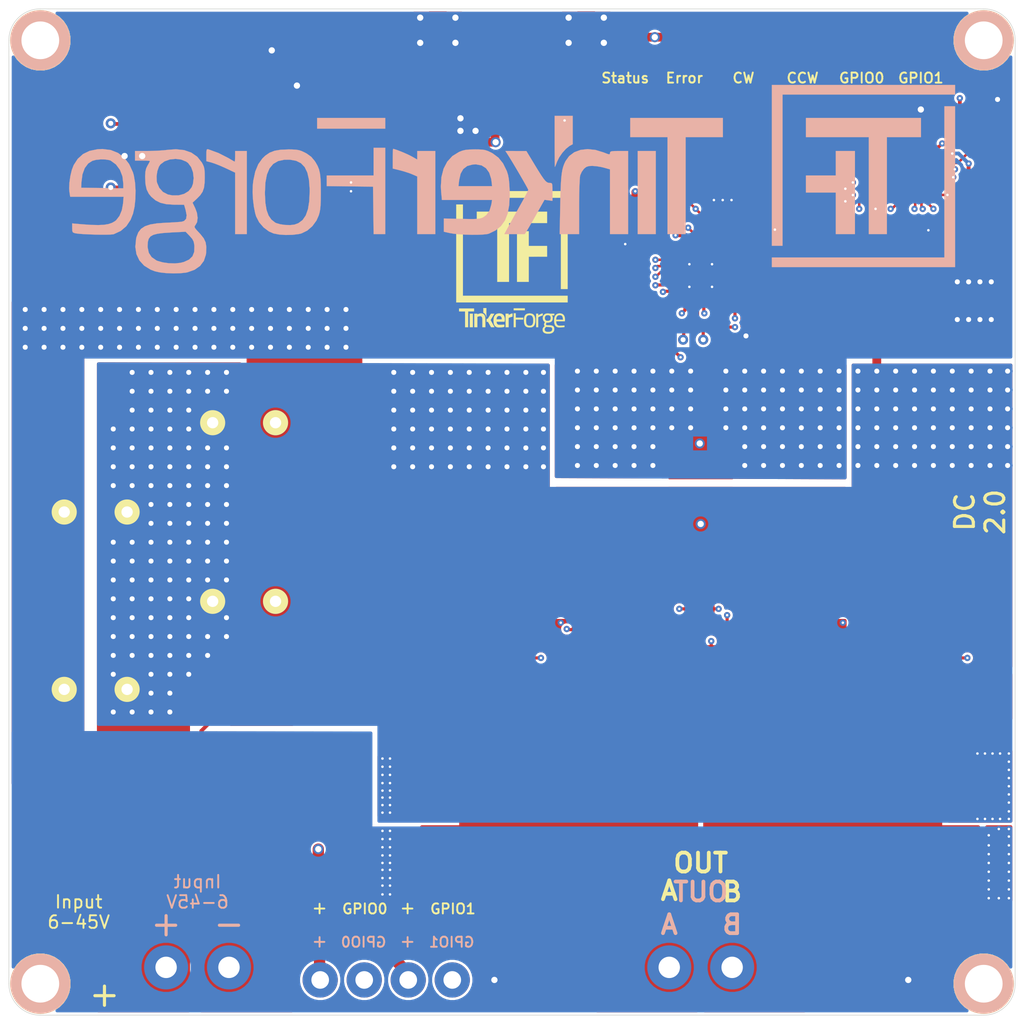
<source format=kicad_pcb>
(kicad_pcb (version 20171130) (host pcbnew 5.1.6-c6e7f7d~86~ubuntu20.04.1)
  (layers (0 F.Cu power) (1 In1.Cu signal) (2 In2.Cu signal) (31 B.Cu power) (34 B.Paste user) (35 F.Paste user) (36 B.SilkS user) (37 F.SilkS user) (38 B.Mask user) (39 F.Mask user) (44 Edge.Cuts user))
  (net 0 "")
  (net 1 "Net-(C1-Pad1)")
  (net 2 GND)
  (net 3 +3.3VP)
  (net 4 "Net-(C9-Pad1)")
  (net 5 "Net-(C11-Pad1)")
  (net 6 "Net-(C12-Pad1)")
  (net 7 "Net-(D1-Pad2)")
  (net 8 V_GPIO)
  (net 9 +5V)
  (net 10 "Net-(P1-Pad4)")
  (net 11 "Net-(P1-Pad5)")
  (net 12 "Net-(P1-Pad6)")
  (net 13 "Net-(P2-Pad1)")
  (net 14 "Net-(P3-Pad2)")
  (net 15 "Net-(P5-Pad3)")
  (net 16 "Net-(P5-Pad1)")
  (net 17 "Net-(R1-Pad1)")
  (net 18 GPIO0)
  (net 19 GPIO1)
  (net 20 "Net-(R12-Pad2)")
  (net 21 "Net-(R13-Pad2)")
  (net 22 S-CS)
  (net 23 S-CLK)
  (net 24 S-MOSI)
  (net 25 S-MISO)
  (net 26 "Net-(Q1-PadG)")
  (net 27 "Net-(C14-Pad1)")
  (net 28 "Net-(D8-Pad2)")
  (net 29 "Net-(D9-Pad2)")
  (net 30 "Net-(D10-Pad2)")
  (net 31 "Net-(D11-Pad2)")
  (net 32 "Net-(D12-Pad2)")
  (net 33 "Net-(R2-Pad1)")
  (net 34 "Net-(R3-Pad1)")
  (net 35 "Net-(RP5-Pad5)")
  (net 36 "Net-(RP5-Pad6)")
  (net 37 "Net-(RP5-Pad7)")
  (net 38 "Net-(RP5-Pad8)")
  (net 39 "Net-(C5-Pad1)")
  (net 40 AVDD)
  (net 41 "Net-(C7-Pad2)")
  (net 42 "Net-(C8-Pad2)")
  (net 43 "Net-(C8-Pad1)")
  (net 44 "Net-(C16-Pad2)")
  (net 45 "Net-(C20-Pad2)")
  (net 46 "Net-(D13-Pad2)")
  (net 47 "Net-(Q2-PadG)")
  (net 48 "Net-(Q3-PadG)")
  (net 49 "Net-(Q4-PadG)")
  (net 50 "Net-(D2-Pad2)")
  (net 51 SO)
  (net 52 VIN)
  (net 53 SNSOUT)
  (net 54 nFAULT)
  (net 55 "Net-(R9-Pad1)")
  (net 56 "Net-(R18-Pad2)")
  (net 57 "Net-(R20-Pad2)")
  (net 58 "Net-(R21-Pad2)")
  (net 59 "Net-(R22-Pad2)")
  (net 60 "Net-(R23-Pad2)")
  (net 61 IN1)
  (net 62 IN2)
  (net 63 nSLEEP)
  (net 64 "Net-(RP2-Pad6)")
  (net 65 "Net-(RP2-Pad7)")
  (net 66 TEMP)
  (module kicad-libraries:R0603F (layer F.Cu) (at 137.4 108.6)
    (fp_text reference R6)
    (fp_text value 10k)
    (pad 1 smd rect (at -0.75 0) (size 0.9 0.9) (layers F.Cu F.Paste F.Mask) (net 52 VIN))
    (pad 2 smd rect (at 0.75 0) (size 0.9 0.9) (layers F.Cu F.Paste F.Mask) (net 2 GND))
  )
  (module kicad-libraries:R0603F (layer F.Cu) (at 137.4 109.9 180)
    (fp_text reference R5)
    (fp_text value 100k)
    (pad 2 smd rect (at 0.75 0 180) (size 0.9 0.9) (layers F.Cu F.Paste F.Mask) (net 52 VIN))
    (pad 1 smd rect (at -0.75 0 180) (size 0.9 0.9) (layers F.Cu F.Paste F.Mask) (net 8 V_GPIO))
  )
  (module kicad-libraries:ELKO_RAD_12 (layer F.Cu) (at 66.4 140.5)
    (fp_text reference C19)
    (fp_text value 220uF/100V/UVY2A221MHD1TO)
    (pad 1 thru_hole circle (at 2.49936 0) (size 1.99898 1.99898) (drill 0.89916) (layers *.Cu *.Mask F.SilkS) (net 8 V_GPIO))
    (pad 2 thru_hole circle (at -2.49936 0) (size 1.99898 1.99898) (drill 0.89916) (layers *.Cu *.Mask F.SilkS) (net 2 GND))
  )
  (module kicad-libraries:TF_LOGO_70MM (layer B.Cu) (at 99.5 114 180)
    (fp_text reference G*** hide)
    (fp_text value LOGO hide)
  )
  (module kicad-libraries:Fiducial_Mark (layer F.Cu) (at 70.5 104.5)
    (fp_text reference Fiducial_Mark hide)
    (fp_text value VAL** hide)
    (pad 1 smd circle (at 0 0) (size 1.00076 1.00076) (layers F.Cu F.Paste F.Mask) (clearance 0.65024))
  )
  (module kicad-libraries:Logo_TF_10x12 (layer F.Cu) (at 99.5 120.5)
    (fp_text reference G*** hide)
    (fp_text value LOGO hide)
  )
  (module kicad-libraries:DIP_8_SMD (layer F.Cu) (at 79.5 113.4 90)
    (fp_text reference U7)
    (fp_text value LTV-827)
    (pad 8 smd rect (at 3.81 4.50596 90) (size 1.78054 1.99898) (layers F.Cu F.Paste F.Mask) (net 3 +3.3VP))
    (pad 7 smd rect (at 1.27 4.50596 90) (size 1.78054 1.99898) (layers F.Cu F.Paste F.Mask) (net 18 GPIO0))
    (pad 6 smd rect (at -1.27 4.50596 90) (size 1.78054 1.99898) (layers F.Cu F.Paste F.Mask) (net 3 +3.3VP))
    (pad 5 smd rect (at -3.81 4.50596 90) (size 1.78054 1.99898) (layers F.Cu F.Paste F.Mask) (net 19 GPIO1))
    (pad 4 smd rect (at -3.81 -4.50596 90) (size 1.78054 1.99898) (layers F.Cu F.Paste F.Mask) (net 4 "Net-(C9-Pad1)"))
    (pad 3 smd rect (at -1.27 -4.50596 90) (size 1.78054 1.99898) (layers F.Cu F.Paste F.Mask) (net 21 "Net-(R13-Pad2)"))
    (pad 2 smd rect (at 1.27 -4.50596 90) (size 1.78054 1.99898) (layers F.Cu F.Paste F.Mask) (net 4 "Net-(C9-Pad1)"))
    (pad 1 smd rect (at 3.81 -4.50088 90) (size 1.78054 1.99898) (layers F.Cu F.Paste F.Mask) (net 20 "Net-(R12-Pad2)"))
  )
  (module kicad-libraries:C0603F (layer F.Cu) (at 79.6 104.7)
    (fp_text reference C9)
    (fp_text value 100nF/100V)
    (pad 2 smd rect (at 0.75 0) (size 0.9 0.9) (layers F.Cu F.Paste F.Mask) (net 2 GND))
    (pad 1 smd rect (at -0.75 0) (size 0.9 0.9) (layers F.Cu F.Paste F.Mask) (net 4 "Net-(C9-Pad1)"))
  )
  (module kicad-libraries:C0603F (layer F.Cu) (at 70.1 110.4 270)
    (fp_text reference C11)
    (fp_text value 100nF/100V)
    (pad 2 smd rect (at 0.75 0 270) (size 0.9 0.9) (layers F.Cu F.Paste F.Mask) (net 2 GND))
    (pad 1 smd rect (at -0.75 0 270) (size 0.9 0.9) (layers F.Cu F.Paste F.Mask) (net 5 "Net-(C11-Pad1)"))
  )
  (module kicad-libraries:C0603F (layer F.Cu) (at 70.1 113.9 90)
    (fp_text reference C12)
    (fp_text value 100nF/100V)
    (pad 2 smd rect (at 0.75 0 90) (size 0.9 0.9) (layers F.Cu F.Paste F.Mask) (net 2 GND))
    (pad 1 smd rect (at -0.75 0 90) (size 0.9 0.9) (layers F.Cu F.Paste F.Mask) (net 6 "Net-(C12-Pad1)"))
  )
  (module kicad-libraries:R0603F (layer F.Cu) (at 117.9 108.1 90)
    (fp_text reference R1)
    (fp_text value 1k)
    (pad 2 smd rect (at 0.75 0 90) (size 0.9 0.9) (layers F.Cu F.Paste F.Mask) (net 7 "Net-(D1-Pad2)"))
    (pad 1 smd rect (at -0.75 0 90) (size 0.9 0.9) (layers F.Cu F.Paste F.Mask) (net 17 "Net-(R1-Pad1)"))
  )
  (module kicad-libraries:R0603F (layer F.Cu) (at 86.7 112.9 90)
    (fp_text reference R10)
    (fp_text value 1k)
    (pad 2 smd rect (at 0.75 0 90) (size 0.9 0.9) (layers F.Cu F.Paste F.Mask) (net 18 GPIO0))
    (pad 1 smd rect (at -0.75 0 90) (size 0.9 0.9) (layers F.Cu F.Paste F.Mask) (net 2 GND))
  )
  (module kicad-libraries:R0603F (layer F.Cu) (at 86.7 116.4 270)
    (fp_text reference R11)
    (fp_text value 1k)
    (pad 2 smd rect (at 0.75 0 270) (size 0.9 0.9) (layers F.Cu F.Paste F.Mask) (net 19 GPIO1))
    (pad 1 smd rect (at -0.75 0 270) (size 0.9 0.9) (layers F.Cu F.Paste F.Mask) (net 2 GND))
  )
  (module kicad-libraries:R0603F (layer F.Cu) (at 72.3 109.6)
    (fp_text reference R12)
    (fp_text value 1k)
    (pad 2 smd rect (at 0.75 0) (size 0.9 0.9) (layers F.Cu F.Paste F.Mask) (net 20 "Net-(R12-Pad2)"))
    (pad 1 smd rect (at -0.75 0) (size 0.9 0.9) (layers F.Cu F.Paste F.Mask) (net 5 "Net-(C11-Pad1)"))
  )
  (module kicad-libraries:R0603F (layer F.Cu) (at 72.3 114.7)
    (fp_text reference R13)
    (fp_text value 1k)
    (pad 2 smd rect (at 0.75 0) (size 0.9 0.9) (layers F.Cu F.Paste F.Mask) (net 21 "Net-(R13-Pad2)"))
    (pad 1 smd rect (at -0.75 0) (size 0.9 0.9) (layers F.Cu F.Paste F.Mask) (net 6 "Net-(C12-Pad1)"))
  )
  (module kicad-libraries:R0603F (layer F.Cu) (at 68.7 110.4 270)
    (fp_text reference R14)
    (fp_text value 4,7k)
    (pad 2 smd rect (at 0.75 0 270) (size 0.9 0.9) (layers F.Cu F.Paste F.Mask) (net 2 GND))
    (pad 1 smd rect (at -0.75 0 270) (size 0.9 0.9) (layers F.Cu F.Paste F.Mask) (net 5 "Net-(C11-Pad1)"))
  )
  (module kicad-libraries:R0603F (layer F.Cu) (at 68.7 113.9 90)
    (fp_text reference R15)
    (fp_text value 4,7k)
    (pad 2 smd rect (at 0.75 0 90) (size 0.9 0.9) (layers F.Cu F.Paste F.Mask) (net 2 GND))
    (pad 1 smd rect (at -0.75 0 90) (size 0.9 0.9) (layers F.Cu F.Paste F.Mask) (net 6 "Net-(C12-Pad1)"))
  )
  (module kicad-libraries:R0805E (layer F.Cu) (at 84.1 169.5 90)
    (fp_text reference R16)
    (fp_text value 2,2k)
    (pad 2 smd rect (at 0.95 0 90) (size 1.3 1.5) (layers F.Cu F.Paste F.Mask) (net 8 V_GPIO) (clearance 0.14986))
    (pad 1 smd rect (at -0.95 0 90) (size 1.3 1.5) (layers F.Cu F.Paste F.Mask) (net 16 "Net-(P5-Pad1)") (clearance 0.14986))
  )
  (module kicad-libraries:R0805E (layer F.Cu) (at 86.4 169.5 90)
    (fp_text reference R17)
    (fp_text value 2,2k)
    (pad 2 smd rect (at 0.95 0 90) (size 1.3 1.5) (layers F.Cu F.Paste F.Mask) (net 8 V_GPIO) (clearance 0.14986))
    (pad 1 smd rect (at -0.95 0 90) (size 1.3 1.5) (layers F.Cu F.Paste F.Mask) (net 15 "Net-(P5-Pad3)") (clearance 0.14986))
  )
  (module kicad-libraries:MiniMelf (layer F.Cu) (at 79.6 106.6)
    (fp_text reference D6)
    (fp_text value Z3,3V)
    (pad 1 smd rect (at 1.69926 0) (size 1.19888 1.6002) (layers F.Cu F.Paste F.Mask) (net 2 GND))
    (pad 2 smd rect (at -1.69926 0) (size 1.19888 1.6002) (layers F.Cu F.Paste F.Mask) (net 4 "Net-(C9-Pad1)"))
  )
  (module kicad-libraries:OQ_4P_Vertical (layer F.Cu) (at 89.5 177.7)
    (fp_text reference P5)
    (fp_text value GPIO)
    (pad 4 thru_hole circle (at 5.25 0) (size 2.8 2.8) (drill 1.4) (layers *.Cu *.Mask) (net 6 "Net-(C12-Pad1)"))
    (pad 1 thru_hole circle (at -5.25 0) (size 2.8 2.8) (drill 1.4) (layers *.Cu *.Mask) (net 16 "Net-(P5-Pad1)"))
    (pad 3 thru_hole circle (at 1.75 0) (size 2.8 2.8) (drill 1.4) (layers *.Cu *.Mask) (net 15 "Net-(P5-Pad3)"))
    (pad 2 thru_hole circle (at -1.75 0) (size 2.8 2.8) (drill 1.4) (layers *.Cu *.Mask) (net 5 "Net-(C11-Pad1)"))
  )
  (module kicad-libraries:C0805E (layer F.Cu) (at 97.4 107.7 180)
    (fp_text reference C2)
    (fp_text value 10uF)
    (pad 2 smd rect (at 0.95 0 180) (size 1.3 1.5) (layers F.Cu F.Paste F.Mask) (net 2 GND) (clearance 0.14986))
    (pad 1 smd rect (at -0.95 0 180) (size 1.3 1.5) (layers F.Cu F.Paste F.Mask) (net 3 +3.3VP) (clearance 0.14986))
  )
  (module kicad-libraries:C0603F (layer F.Cu) (at 97.4 109.3 180)
    (fp_text reference C3)
    (fp_text value 1uF)
    (pad 2 smd rect (at 0.75 0 180) (size 0.9 0.9) (layers F.Cu F.Paste F.Mask) (net 2 GND))
    (pad 1 smd rect (at -0.75 0 180) (size 0.9 0.9) (layers F.Cu F.Paste F.Mask) (net 3 +3.3VP))
  )
  (module kicad-libraries:R0603F (layer F.Cu) (at 122.9 108.1 90)
    (fp_text reference R3)
    (fp_text value 1k)
    (pad 2 smd rect (at 0.75 0 90) (size 0.9 0.9) (layers F.Cu F.Paste F.Mask) (net 28 "Net-(D8-Pad2)"))
    (pad 1 smd rect (at -0.75 0 90) (size 0.9 0.9) (layers F.Cu F.Paste F.Mask) (net 34 "Net-(R3-Pad1)"))
  )
  (module kicad-libraries:0603X4 (layer F.Cu) (at 120.4 108.1)
    (fp_text reference RP5)
    (fp_text value 1k)
    (pad 8 smd rect (at 1.19888 0.8509) (size 0.44958 0.89916) (layers F.Cu F.Paste F.Mask) (net 38 "Net-(RP5-Pad8)"))
    (pad 7 smd rect (at 0.39878 0.8509) (size 0.44958 0.89916) (layers F.Cu F.Paste F.Mask) (net 37 "Net-(RP5-Pad7)"))
    (pad 6 smd rect (at -0.39878 0.8509) (size 0.44958 0.89916) (layers F.Cu F.Paste F.Mask) (net 36 "Net-(RP5-Pad6)"))
    (pad 5 smd rect (at -1.19888 0.8509) (size 0.44958 0.89916) (layers F.Cu F.Paste F.Mask) (net 35 "Net-(RP5-Pad5)"))
    (pad 4 smd rect (at -1.19888 -0.8509) (size 0.44958 0.89916) (layers F.Cu F.Paste F.Mask) (net 32 "Net-(D12-Pad2)"))
    (pad 3 smd rect (at -0.39878 -0.8509) (size 0.44958 0.89916) (layers F.Cu F.Paste F.Mask) (net 31 "Net-(D11-Pad2)"))
    (pad 2 smd rect (at 0.39878 -0.8509) (size 0.44958 0.89916) (layers F.Cu F.Paste F.Mask) (net 30 "Net-(D10-Pad2)"))
    (pad 1 smd rect (at 1.19888 -0.8509) (size 0.44958 0.89916) (layers F.Cu F.Paste F.Mask) (net 29 "Net-(D9-Pad2)"))
  )
  (module kicad-libraries:CON-SENSOR2_180 (layer F.Cu) (at 99.5 100.7 180)
    (fp_text reference P1)
    (fp_text value CON-SENSOR2)
    (pad 1 smd rect (at 3.75 -4.8 180) (size 0.6 1.8) (layers F.Cu F.Paste F.Mask) (net 9 +5V))
    (pad 2 smd rect (at 2.5 -4.8 180) (size 0.6 1.8) (layers F.Cu F.Paste F.Mask) (net 2 GND))
    (pad 3 smd rect (at 1.25 -4.8 180) (size 0.6 1.8) (layers F.Cu F.Paste F.Mask) (net 3 +3.3VP))
    (pad 4 smd rect (at 0 -4.8 180) (size 0.6 1.8) (layers F.Cu F.Paste F.Mask) (net 10 "Net-(P1-Pad4)"))
    (pad 5 smd rect (at -1.25 -4.8 180) (size 0.6 1.8) (layers F.Cu F.Paste F.Mask) (net 11 "Net-(P1-Pad5)"))
    (pad EP smd rect (at 5.9 -1.4 180) (size 1.4 2.8) (layers F.Cu F.Paste F.Mask) (net 2 GND))
    (pad EP smd rect (at -5.9 -1.4 180) (size 1.4 2.8) (layers F.Cu F.Paste F.Mask) (net 2 GND))
    (pad 6 smd rect (at -2.5 -4.8 180) (size 0.6 1.8) (layers F.Cu F.Paste F.Mask) (net 12 "Net-(P1-Pad6)"))
    (pad 7 smd rect (at -3.75 -4.8 180) (size 0.6 1.8) (layers F.Cu F.Paste F.Mask) (net 1 "Net-(C1-Pad1)"))
  )
  (module C0402E (layer F.Cu) (at 103.5 108.2 270)
    (fp_text reference C1)
    (fp_text value 220pF)
    (pad 1 smd rect (at -0.65 0 270) (size 0.7 0.9) (layers F.Cu F.Paste F.Mask) (net 1 "Net-(C1-Pad1)"))
    (pad 2 smd rect (at 0.65 0 270) (size 0.7 0.9) (layers F.Cu F.Paste F.Mask) (net 2 GND))
  )
  (module C0603F (layer F.Cu) (at 131.3 109.4)
    (fp_text reference C4)
    (fp_text value 100nF)
    (pad 1 smd rect (at -0.75 0) (size 0.9 0.9) (layers F.Cu F.Paste F.Mask) (net 3 +3.3VP))
    (pad 2 smd rect (at 0.75 0) (size 0.9 0.9) (layers F.Cu F.Paste F.Mask) (net 2 GND))
  )
  (module kicad-libraries:C0603F (layer F.Cu) (at 115.6 117.3 90)
    (fp_text reference C5)
    (fp_text value 1uF/16V)
    (pad 1 smd rect (at -0.75 0 90) (size 0.9 0.9) (layers F.Cu F.Paste F.Mask) (net 39 "Net-(C5-Pad1)"))
    (pad 2 smd rect (at 0.75 0 90) (size 0.9 0.9) (layers F.Cu F.Paste F.Mask) (net 2 GND))
  )
  (module kicad-libraries:C0603F (layer F.Cu) (at 116.9 117.3 90)
    (fp_text reference C6)
    (fp_text value 1uF/16V)
    (pad 2 smd rect (at 0.75 0 90) (size 0.9 0.9) (layers F.Cu F.Paste F.Mask) (net 2 GND))
    (pad 1 smd rect (at -0.75 0 90) (size 0.9 0.9) (layers F.Cu F.Paste F.Mask) (net 40 AVDD))
  )
  (module kicad-libraries:C0603F (layer F.Cu) (at 118.9 122.5 180)
    (fp_text reference C7)
    (fp_text value 1uF/16V)
    (pad 1 smd rect (at -0.75 0 180) (size 0.9 0.9) (layers F.Cu F.Paste F.Mask) (net 8 V_GPIO))
    (pad 2 smd rect (at 0.75 0 180) (size 0.9 0.9) (layers F.Cu F.Paste F.Mask) (net 41 "Net-(C7-Pad2)"))
  )
  (module kicad-libraries:C0603F (layer F.Cu) (at 118.9 120.9 180)
    (fp_text reference C8)
    (fp_text value 100nF/100V)
    (pad 2 smd rect (at 0.75 0 180) (size 0.9 0.9) (layers F.Cu F.Paste F.Mask) (net 42 "Net-(C8-Pad2)"))
    (pad 1 smd rect (at -0.75 0 180) (size 0.9 0.9) (layers F.Cu F.Paste F.Mask) (net 43 "Net-(C8-Pad1)"))
  )
  (module kicad-libraries:C0603F (layer F.Cu) (at 118.1 124.6 270)
    (fp_text reference C10)
    (fp_text value 100nF/100V)
    (pad 2 smd rect (at 0.75 0 270) (size 0.9 0.9) (layers F.Cu F.Paste F.Mask) (net 2 GND))
    (pad 1 smd rect (at -0.75 0 270) (size 0.9 0.9) (layers F.Cu F.Paste F.Mask) (net 8 V_GPIO))
  )
  (module kicad-libraries:ELKO_83 (layer F.Cu) (at 132.7 123.7 180)
    (fp_text reference C13)
    (fp_text value 10uF/100V)
    (pad 2 smd rect (at -3.50012 0 180) (size 4.0005 1.99898) (layers F.Cu F.Paste F.Mask) (net 2 GND))
    (pad 1 smd rect (at 3.50012 0 180) (size 4.0005 1.99898) (layers F.Cu F.Paste F.Mask) (net 8 V_GPIO))
  )
  (module kicad-libraries:C1206E (layer F.Cu) (at 66 129.7 180)
    (fp_text reference C15)
    (fp_text value 1uF/100V)
    (pad 2 smd rect (at 1.4 0 180) (size 1.6 1.8) (layers F.Cu F.Paste F.Mask) (net 2 GND))
    (pad 1 smd rect (at -1.4 0 180) (size 1.6 1.8) (layers F.Cu F.Paste F.Mask) (net 8 V_GPIO))
  )
  (module kicad-libraries:C0603F (layer F.Cu) (at 128.2 152.8 270)
    (fp_text reference C16)
    (fp_text value DNP)
    (pad 1 smd rect (at -0.75 0 270) (size 0.9 0.9) (layers F.Cu F.Paste F.Mask) (net 8 V_GPIO))
    (pad 2 smd rect (at 0.75 0 270) (size 0.9 0.9) (layers F.Cu F.Paste F.Mask) (net 44 "Net-(C16-Pad2)"))
  )
  (module kicad-libraries:C0603F (layer F.Cu) (at 124.3 149.1 90)
    (fp_text reference C17)
    (fp_text value DNP)
    (pad 2 smd rect (at 0.75 0 90) (size 0.9 0.9) (layers F.Cu F.Paste F.Mask) (net 27 "Net-(C14-Pad1)"))
    (pad 1 smd rect (at -0.75 0 90) (size 0.9 0.9) (layers F.Cu F.Paste F.Mask) (net 44 "Net-(C16-Pad2)"))
  )
  (module kicad-libraries:C1206E (layer F.Cu) (at 66 132 180)
    (fp_text reference C18)
    (fp_text value 1uF/100V)
    (pad 1 smd rect (at -1.4 0 180) (size 1.6 1.8) (layers F.Cu F.Paste F.Mask) (net 8 V_GPIO))
    (pad 2 smd rect (at 1.4 0 180) (size 1.6 1.8) (layers F.Cu F.Paste F.Mask) (net 2 GND))
  )
  (module kicad-libraries:C0603F (layer F.Cu) (at 94.2 152.8 270)
    (fp_text reference C20)
    (fp_text value DNP)
    (pad 1 smd rect (at -0.75 0 270) (size 0.9 0.9) (layers F.Cu F.Paste F.Mask) (net 8 V_GPIO))
    (pad 2 smd rect (at 0.75 0 270) (size 0.9 0.9) (layers F.Cu F.Paste F.Mask) (net 45 "Net-(C20-Pad2)"))
  )
  (module kicad-libraries:C0603F (layer F.Cu) (at 111.3 149.1 90)
    (fp_text reference C21)
    (fp_text value DNP)
    (pad 2 smd rect (at 0.75 0 90) (size 0.9 0.9) (layers F.Cu F.Paste F.Mask) (net 27 "Net-(C14-Pad1)"))
    (pad 1 smd rect (at -0.75 0 90) (size 0.9 0.9) (layers F.Cu F.Paste F.Mask) (net 45 "Net-(C20-Pad2)"))
  )
  (module kicad-libraries:ELKO_RAD_12 (layer F.Cu) (at 66.4 154.6)
    (fp_text reference C22)
    (fp_text value 220uF/100V/UVY2A221MHD1TO)
    (pad 2 thru_hole circle (at -2.49936 0) (size 1.99898 1.99898) (drill 0.89916) (layers *.Cu *.Mask F.SilkS) (net 2 GND))
    (pad 1 thru_hole circle (at 2.49936 0) (size 1.99898 1.99898) (drill 0.89916) (layers *.Cu *.Mask F.SilkS) (net 8 V_GPIO))
  )
  (module kicad-libraries:C0603F (layer F.Cu) (at 129 177.7)
    (fp_text reference C23)
    (fp_text value 1nF/100V)
    (pad 2 smd rect (at 0.75 0) (size 0.9 0.9) (layers F.Cu F.Paste F.Mask) (net 2 GND))
    (pad 1 smd rect (at -0.75 0) (size 0.9 0.9) (layers F.Cu F.Paste F.Mask) (net 44 "Net-(C16-Pad2)"))
  )
  (module kicad-libraries:C0603F (layer F.Cu) (at 100 177.7 180)
    (fp_text reference C24)
    (fp_text value 1nF/100V)
    (pad 1 smd rect (at -0.75 0 180) (size 0.9 0.9) (layers F.Cu F.Paste F.Mask) (net 45 "Net-(C20-Pad2)"))
    (pad 2 smd rect (at 0.75 0 180) (size 0.9 0.9) (layers F.Cu F.Paste F.Mask) (net 2 GND))
  )
  (module D0603F (layer F.Cu) (at 108.5 103.5 270)
    (fp_text reference D1)
    (fp_text value BLUE)
    (pad 2 smd rect (at 0.75 0 270) (size 0.9 0.9) (layers F.Cu F.Paste F.Mask) (net 7 "Net-(D1-Pad2)"))
    (pad 1 smd rect (at -0.75 0 270) (size 0.9 0.9) (layers F.Cu F.Paste F.Mask) (net 3 +3.3VP))
  )
  (module D0603F (layer F.Cu) (at 132 103.5 270)
    (fp_text reference D8)
    (fp_text value BLUE)
    (pad 1 smd rect (at -0.75 0 270) (size 0.9 0.9) (layers F.Cu F.Paste F.Mask) (net 3 +3.3VP))
    (pad 2 smd rect (at 0.75 0 270) (size 0.9 0.9) (layers F.Cu F.Paste F.Mask) (net 28 "Net-(D8-Pad2)"))
  )
  (module D0603F (layer F.Cu) (at 127.3 103.5 270)
    (fp_text reference D9)
    (fp_text value BLUE)
    (pad 2 smd rect (at 0.75 0 270) (size 0.9 0.9) (layers F.Cu F.Paste F.Mask) (net 29 "Net-(D9-Pad2)"))
    (pad 1 smd rect (at -0.75 0 270) (size 0.9 0.9) (layers F.Cu F.Paste F.Mask) (net 3 +3.3VP))
  )
  (module D0603F (layer F.Cu) (at 122.6 103.5 270)
    (fp_text reference D10)
    (fp_text value BLUE)
    (pad 1 smd rect (at -0.75 0 270) (size 0.9 0.9) (layers F.Cu F.Paste F.Mask) (net 3 +3.3VP))
    (pad 2 smd rect (at 0.75 0 270) (size 0.9 0.9) (layers F.Cu F.Paste F.Mask) (net 30 "Net-(D10-Pad2)"))
  )
  (module D0603F (layer F.Cu) (at 117.9 103.5 270)
    (fp_text reference D11)
    (fp_text value BLUE)
    (pad 2 smd rect (at 0.75 0 270) (size 0.9 0.9) (layers F.Cu F.Paste F.Mask) (net 31 "Net-(D11-Pad2)"))
    (pad 1 smd rect (at -0.75 0 270) (size 0.9 0.9) (layers F.Cu F.Paste F.Mask) (net 3 +3.3VP))
  )
  (module D0603F (layer F.Cu) (at 113.2 103.5 270)
    (fp_text reference D12)
    (fp_text value RED)
    (pad 1 smd rect (at -0.75 0 270) (size 0.9 0.9) (layers F.Cu F.Paste F.Mask) (net 3 +3.3VP))
    (pad 2 smd rect (at 0.75 0 270) (size 0.9 0.9) (layers F.Cu F.Paste F.Mask) (net 32 "Net-(D12-Pad2)"))
  )
  (module kicad-libraries:SMB (layer F.Cu) (at 74.5 165.4)
    (fp_text reference D13)
    (fp_text value SMBJ36CA)
    (pad 1 smd rect (at -2.11 0) (size 1.62 2.18) (layers F.Cu F.Paste F.Mask) (net 8 V_GPIO))
    (pad 2 smd rect (at 2.11 0) (size 1.62 2.18) (layers F.Cu F.Paste F.Mask) (net 46 "Net-(D13-Pad2)"))
  )
  (module DEBUG_PAD (layer F.Cu) (at 129.8 117.9)
    (fp_text reference P2)
    (fp_text value DEBUG)
    (pad 1 smd circle (at 0 0) (size 0.7 0.7) (layers F.Cu F.Paste F.Mask) (net 13 "Net-(P2-Pad1)"))
  )
  (module SolderJumper (layer F.Cu) (at 131.55 117.875 90)
    (fp_text reference P3)
    (fp_text value BOOT)
    (pad 1 smd rect (at -0.225 -0.55 90) (size 0.95 0.3) (layers F.Cu F.Mask) (net 2 GND))
    (pad 1 smd rect (at -0.225 0.55 90) (size 0.95 0.3) (layers F.Cu F.Mask) (net 2 GND))
    (pad 1 smd rect (at -0.5 0 90) (size 0.4 1.4) (layers F.Cu F.Mask) (net 2 GND))
    (pad 2 smd rect (at 0.15 0 90) (size 0.6 0.5) (layers F.Cu F.Mask) (net 14 "Net-(P3-Pad2)"))
    (pad 2 smd rect (at 0.55 0 90) (size 0.3 1.4) (layers F.Cu F.Mask) (net 14 "Net-(P3-Pad2)"))
  )
  (module kicad-libraries:OQ_2P_5mm_Vertical (layer F.Cu) (at 114.5 176.7)
    (fp_text reference P4)
    (fp_text value OUT)
    (pad 1 thru_hole circle (at -2.5 0) (size 3.5 3.5) (drill 1.7) (layers *.Cu *.Mask) (net 45 "Net-(C20-Pad2)"))
    (pad 2 thru_hole circle (at 2.5 0) (size 3.5 3.5) (drill 1.7) (layers *.Cu *.Mask) (net 44 "Net-(C16-Pad2)"))
  )
  (module kicad-libraries:OQ_2P_5mm_Vertical_Black (layer F.Cu) (at 74.5 176.7)
    (fp_text reference P6)
    (fp_text value IN)
    (pad 1 thru_hole circle (at -2.5 0) (size 3.5 3.5) (drill 1.7) (layers *.Cu *.Mask) (net 8 V_GPIO))
    (pad 2 thru_hole circle (at 2.5 0) (size 3.5 3.5) (drill 1.7) (layers *.Cu *.Mask) (net 46 "Net-(D13-Pad2)"))
  )
  (module kicad-libraries:SON_5x6mm (layer F.Cu) (at 131.5 150.9775 270)
    (fp_text reference Q1)
    (fp_text value CSD19533Q5A)
    (pad D smd rect (at -0.2775 0 270) (size 4.2 4.51) (layers F.Cu F.Mask) (net 8 V_GPIO))
    (pad D smd rect (at -2.7525 -1.9175 270) (size 0.75 0.675) (layers F.Cu F.Paste F.Mask) (net 8 V_GPIO))
    (pad D smd rect (at -2.7525 -0.66 270) (size 0.75 0.675) (layers F.Cu F.Paste F.Mask) (net 8 V_GPIO))
    (pad D smd rect (at -2.7525 0.66 270) (size 0.75 0.675) (layers F.Cu F.Paste F.Mask) (net 8 V_GPIO))
    (pad D smd rect (at -2.7525 1.9175 270) (size 0.75 0.675) (layers F.Cu F.Paste F.Mask) (net 8 V_GPIO))
    (pad S smd rect (at 2.7525 -0.66 270) (size 0.75 0.675) (layers F.Cu F.Paste F.Mask) (net 44 "Net-(C16-Pad2)"))
    (pad S smd rect (at 2.7525 0.66 270) (size 0.75 0.675) (layers F.Cu F.Paste F.Mask) (net 44 "Net-(C16-Pad2)"))
    (pad G smd rect (at 2.7525 -1.9175 270) (size 0.75 0.675) (layers F.Cu F.Paste F.Mask) (net 26 "Net-(Q1-PadG)"))
    (pad S smd rect (at 2.7525 1.9175 270) (size 0.75 0.675) (layers F.Cu F.Paste F.Mask) (net 44 "Net-(C16-Pad2)"))
  )
  (module kicad-libraries:SON_5x6mm (layer F.Cu) (at 121 150.9225 90)
    (fp_text reference Q2)
    (fp_text value CSD19533Q5A)
    (pad S smd rect (at 2.7525 1.9175 90) (size 0.75 0.675) (layers F.Cu F.Paste F.Mask) (net 27 "Net-(C14-Pad1)"))
    (pad G smd rect (at 2.7525 -1.9175 90) (size 0.75 0.675) (layers F.Cu F.Paste F.Mask) (net 47 "Net-(Q2-PadG)"))
    (pad S smd rect (at 2.7525 0.66 90) (size 0.75 0.675) (layers F.Cu F.Paste F.Mask) (net 27 "Net-(C14-Pad1)"))
    (pad S smd rect (at 2.7525 -0.66 90) (size 0.75 0.675) (layers F.Cu F.Paste F.Mask) (net 27 "Net-(C14-Pad1)"))
    (pad D smd rect (at -2.7525 1.9175 90) (size 0.75 0.675) (layers F.Cu F.Paste F.Mask) (net 44 "Net-(C16-Pad2)"))
    (pad D smd rect (at -2.7525 0.66 90) (size 0.75 0.675) (layers F.Cu F.Paste F.Mask) (net 44 "Net-(C16-Pad2)"))
    (pad D smd rect (at -2.7525 -0.66 90) (size 0.75 0.675) (layers F.Cu F.Paste F.Mask) (net 44 "Net-(C16-Pad2)"))
    (pad D smd rect (at -2.7525 -1.9175 90) (size 0.75 0.675) (layers F.Cu F.Paste F.Mask) (net 44 "Net-(C16-Pad2)"))
    (pad D smd rect (at -0.2775 0 90) (size 4.2 4.51) (layers F.Cu F.Mask) (net 44 "Net-(C16-Pad2)"))
  )
  (module kicad-libraries:SON_5x6mm (layer F.Cu) (at 97.5 150.9775 270)
    (fp_text reference Q3)
    (fp_text value CSD19533Q5A)
    (pad D smd rect (at -0.2775 0 270) (size 4.2 4.51) (layers F.Cu F.Mask) (net 8 V_GPIO))
    (pad D smd rect (at -2.7525 -1.9175 270) (size 0.75 0.675) (layers F.Cu F.Paste F.Mask) (net 8 V_GPIO))
    (pad D smd rect (at -2.7525 -0.66 270) (size 0.75 0.675) (layers F.Cu F.Paste F.Mask) (net 8 V_GPIO))
    (pad D smd rect (at -2.7525 0.66 270) (size 0.75 0.675) (layers F.Cu F.Paste F.Mask) (net 8 V_GPIO))
    (pad D smd rect (at -2.7525 1.9175 270) (size 0.75 0.675) (layers F.Cu F.Paste F.Mask) (net 8 V_GPIO))
    (pad S smd rect (at 2.7525 -0.66 270) (size 0.75 0.675) (layers F.Cu F.Paste F.Mask) (net 45 "Net-(C20-Pad2)"))
    (pad S smd rect (at 2.7525 0.66 270) (size 0.75 0.675) (layers F.Cu F.Paste F.Mask) (net 45 "Net-(C20-Pad2)"))
    (pad G smd rect (at 2.7525 -1.9175 270) (size 0.75 0.675) (layers F.Cu F.Paste F.Mask) (net 48 "Net-(Q3-PadG)"))
    (pad S smd rect (at 2.7525 1.9175 270) (size 0.75 0.675) (layers F.Cu F.Paste F.Mask) (net 45 "Net-(C20-Pad2)"))
  )
  (module kicad-libraries:SON_5x6mm (layer F.Cu) (at 108 150.9225 90)
    (fp_text reference Q4)
    (fp_text value CSD19533Q5A)
    (pad S smd rect (at 2.7525 1.9175 90) (size 0.75 0.675) (layers F.Cu F.Paste F.Mask) (net 27 "Net-(C14-Pad1)"))
    (pad G smd rect (at 2.7525 -1.9175 90) (size 0.75 0.675) (layers F.Cu F.Paste F.Mask) (net 49 "Net-(Q4-PadG)"))
    (pad S smd rect (at 2.7525 0.66 90) (size 0.75 0.675) (layers F.Cu F.Paste F.Mask) (net 27 "Net-(C14-Pad1)"))
    (pad S smd rect (at 2.7525 -0.66 90) (size 0.75 0.675) (layers F.Cu F.Paste F.Mask) (net 27 "Net-(C14-Pad1)"))
    (pad D smd rect (at -2.7525 1.9175 90) (size 0.75 0.675) (layers F.Cu F.Paste F.Mask) (net 45 "Net-(C20-Pad2)"))
    (pad D smd rect (at -2.7525 0.66 90) (size 0.75 0.675) (layers F.Cu F.Paste F.Mask) (net 45 "Net-(C20-Pad2)"))
    (pad D smd rect (at -2.7525 -0.66 90) (size 0.75 0.675) (layers F.Cu F.Paste F.Mask) (net 45 "Net-(C20-Pad2)"))
    (pad D smd rect (at -2.7525 -1.9175 90) (size 0.75 0.675) (layers F.Cu F.Paste F.Mask) (net 45 "Net-(C20-Pad2)"))
    (pad D smd rect (at -0.2775 0 90) (size 4.2 4.51) (layers F.Cu F.Mask) (net 45 "Net-(C20-Pad2)"))
  )
  (module kicad-libraries:SON_5x6mm (layer F.Cu) (at 78.4 159.8225 90)
    (fp_text reference Q5)
    (fp_text value CSD19533Q5A)
    (pad S smd rect (at 2.7525 1.9175 90) (size 0.75 0.675) (layers F.Cu F.Paste F.Mask) (net 2 GND))
    (pad G smd rect (at 2.7525 -1.9175 90) (size 0.75 0.675) (layers F.Cu F.Paste F.Mask) (net 50 "Net-(D2-Pad2)"))
    (pad S smd rect (at 2.7525 0.66 90) (size 0.75 0.675) (layers F.Cu F.Paste F.Mask) (net 2 GND))
    (pad S smd rect (at 2.7525 -0.66 90) (size 0.75 0.675) (layers F.Cu F.Paste F.Mask) (net 2 GND))
    (pad D smd rect (at -2.7525 1.9175 90) (size 0.75 0.675) (layers F.Cu F.Paste F.Mask) (net 46 "Net-(D13-Pad2)"))
    (pad D smd rect (at -2.7525 0.66 90) (size 0.75 0.675) (layers F.Cu F.Paste F.Mask) (net 46 "Net-(D13-Pad2)"))
    (pad D smd rect (at -2.7525 -0.66 90) (size 0.75 0.675) (layers F.Cu F.Paste F.Mask) (net 46 "Net-(D13-Pad2)"))
    (pad D smd rect (at -2.7525 -1.9175 90) (size 0.75 0.675) (layers F.Cu F.Paste F.Mask) (net 46 "Net-(D13-Pad2)"))
    (pad D smd rect (at -0.2775 0 90) (size 4.2 4.51) (layers F.Cu F.Mask) (net 46 "Net-(D13-Pad2)"))
  )
  (module kicad-libraries:R0603F (layer F.Cu) (at 135.1 109.3 90)
    (fp_text reference R2)
    (fp_text value 7,5k)
    (pad 2 smd rect (at 0.75 0 90) (size 0.9 0.9) (layers F.Cu F.Paste F.Mask) (net 51 SO))
    (pad 1 smd rect (at -0.75 0 90) (size 0.9 0.9) (layers F.Cu F.Paste F.Mask) (net 33 "Net-(R2-Pad1)"))
  )
  (module kicad-libraries:R0603F (layer F.Cu) (at 133.8 109.3 270)
    (fp_text reference R4)
    (fp_text value 10k)
    (pad 1 smd rect (at -0.75 0 270) (size 0.9 0.9) (layers F.Cu F.Paste F.Mask) (net 2 GND))
    (pad 2 smd rect (at 0.75 0 270) (size 0.9 0.9) (layers F.Cu F.Paste F.Mask) (net 33 "Net-(R2-Pad1)"))
  )
  (module kicad-libraries:R0603F (layer F.Cu) (at 110.1 119.2 180)
    (fp_text reference R9)
    (fp_text value 200k)
    (pad 1 smd rect (at -0.75 0 180) (size 0.9 0.9) (layers F.Cu F.Paste F.Mask) (net 55 "Net-(R9-Pad1)"))
    (pad 2 smd rect (at 0.75 0 180) (size 0.9 0.9) (layers F.Cu F.Paste F.Mask) (net 2 GND))
  )
  (module kicad-libraries:R0603F (layer F.Cu) (at 118.2 118.8 270)
    (fp_text reference R18)
    (fp_text value TBD)
    (pad 2 smd rect (at 0.75 0 270) (size 0.9 0.9) (layers F.Cu F.Paste F.Mask) (net 56 "Net-(R18-Pad2)"))
    (pad 1 smd rect (at -0.75 0 270) (size 0.9 0.9) (layers F.Cu F.Paste F.Mask) (net 40 AVDD))
  )
  (module kicad-libraries:R0603F (layer F.Cu) (at 119.5 118.8 90)
    (fp_text reference R19)
    (fp_text value TBD)
    (pad 1 smd rect (at -0.75 0 90) (size 0.9 0.9) (layers F.Cu F.Paste F.Mask) (net 56 "Net-(R18-Pad2)"))
    (pad 2 smd rect (at 0.75 0 90) (size 0.9 0.9) (layers F.Cu F.Paste F.Mask) (net 2 GND))
  )
  (module kicad-libraries:R0603F (layer F.Cu) (at 100.8 152.8 90)
    (fp_text reference R20)
    (fp_text value 0)
    (pad 2 smd rect (at 0.75 0 90) (size 0.9 0.9) (layers F.Cu F.Paste F.Mask) (net 57 "Net-(R20-Pad2)"))
    (pad 1 smd rect (at -0.75 0 90) (size 0.9 0.9) (layers F.Cu F.Paste F.Mask) (net 48 "Net-(Q3-PadG)"))
  )
  (module kicad-libraries:R0603F (layer F.Cu) (at 104.7 149.1 270)
    (fp_text reference R21)
    (fp_text value 0)
    (pad 1 smd rect (at -0.75 0 270) (size 0.9 0.9) (layers F.Cu F.Paste F.Mask) (net 49 "Net-(Q4-PadG)"))
    (pad 2 smd rect (at 0.75 0 270) (size 0.9 0.9) (layers F.Cu F.Paste F.Mask) (net 58 "Net-(R21-Pad2)"))
  )
  (module kicad-libraries:R0603F (layer F.Cu) (at 134.8 152.8 90)
    (fp_text reference R22)
    (fp_text value 0)
    (pad 1 smd rect (at -0.75 0 90) (size 0.9 0.9) (layers F.Cu F.Paste F.Mask) (net 26 "Net-(Q1-PadG)"))
    (pad 2 smd rect (at 0.75 0 90) (size 0.9 0.9) (layers F.Cu F.Paste F.Mask) (net 59 "Net-(R22-Pad2)"))
  )
  (module kicad-libraries:R0603F (layer F.Cu) (at 117.7 149.1 270)
    (fp_text reference R23)
    (fp_text value 0)
    (pad 2 smd rect (at 0.75 0 270) (size 0.9 0.9) (layers F.Cu F.Paste F.Mask) (net 60 "Net-(R23-Pad2)"))
    (pad 1 smd rect (at -0.75 0 270) (size 0.9 0.9) (layers F.Cu F.Paste F.Mask) (net 47 "Net-(Q2-PadG)"))
  )
  (module kicad-libraries:R2818 (layer F.Cu) (at 114.5 138.2 90)
    (fp_text reference R24)
    (fp_text value 0,01/WSHM2818R0100FEA)
    (pad 1 smd rect (at -2.055 0 90) (size 3.5 5.1) (layers F.Cu F.Paste F.Mask) (net 27 "Net-(C14-Pad1)"))
    (pad 2 smd rect (at 2.055 0 90) (size 3.5 5.1) (layers F.Cu F.Paste F.Mask) (net 2 GND))
  )
  (module kicad-libraries:R0603F (layer F.Cu) (at 74.8 161.5 90)
    (fp_text reference R25)
    (fp_text value 100k)
    (pad 2 smd rect (at 0.75 0 90) (size 0.9 0.9) (layers F.Cu F.Paste F.Mask) (net 50 "Net-(D2-Pad2)"))
    (pad 1 smd rect (at -0.75 0 90) (size 0.9 0.9) (layers F.Cu F.Paste F.Mask) (net 8 V_GPIO))
  )
  (module kicad-libraries:1210 (layer F.Cu) (at 74.5 169.7)
    (fp_text reference R26)
    (fp_text value B72530T6250K062)
    (pad 1 smd rect (at -1.5494 0) (size 0.89916 2.49936) (layers F.Cu F.Paste F.Mask) (net 8 V_GPIO) (clearance 0.14986))
    (pad 2 smd rect (at 1.5494 0) (size 0.89916 2.49936) (layers F.Cu F.Paste F.Mask) (net 46 "Net-(D13-Pad2)") (clearance 0.14986))
  )
  (module QFN24-4x4mm-0.5mm (layer F.Cu) (at 131.3 113.5 180)
    (fp_text reference U1)
    (fp_text value XMC1???)
    (pad 1 smd oval (at -2.025 -1.25 180) (size 1 0.3) (layers F.Cu F.Paste F.Mask) (net 25 S-MISO))
    (pad 2 smd oval (at -2.025 -0.75 180) (size 1 0.3) (layers F.Cu F.Paste F.Mask) (net 18 GPIO0))
    (pad 3 smd oval (at -2.025 -0.25 180) (size 1 0.3) (layers F.Cu F.Paste F.Mask) (net 54 nFAULT))
    (pad 4 smd oval (at -2.025 0.25 180) (size 1 0.3) (layers F.Cu F.Paste F.Mask) (net 53 SNSOUT))
    (pad 5 smd oval (at -2.025 0.75 180) (size 1 0.3) (layers F.Cu F.Paste F.Mask) (net 52 VIN))
    (pad 6 smd oval (at -2.025 1.25 180) (size 1 0.3) (layers F.Cu F.Paste F.Mask) (net 19 GPIO1))
    (pad 7 smd oval (at -1.25 2.025 270) (size 1 0.3) (layers F.Cu F.Paste F.Mask) (net 66 TEMP))
    (pad 8 smd oval (at -0.75 2.025 270) (size 1 0.3) (layers F.Cu F.Paste F.Mask) (net 33 "Net-(R2-Pad1)"))
    (pad 9 smd oval (at -0.25 2.025 270) (size 1 0.3) (layers F.Cu F.Paste F.Mask) (net 2 GND))
    (pad 10 smd oval (at 0.25 2.025 270) (size 1 0.3) (layers F.Cu F.Paste F.Mask) (net 3 +3.3VP))
    (pad 11 smd oval (at 0.75 2.025 270) (size 1 0.3) (layers F.Cu F.Paste F.Mask) (net 34 "Net-(R3-Pad1)"))
    (pad 12 smd oval (at 1.25 2.025 270) (size 1 0.3) (layers F.Cu F.Paste F.Mask) (net 38 "Net-(RP5-Pad8)"))
    (pad 13 smd oval (at 2.025 1.25 180) (size 1 0.3) (layers F.Cu F.Paste F.Mask) (net 37 "Net-(RP5-Pad7)"))
    (pad 14 smd oval (at 2.025 0.75 180) (size 1 0.3) (layers F.Cu F.Paste F.Mask) (net 36 "Net-(RP5-Pad6)"))
    (pad 15 smd oval (at 2.025 0.25 180) (size 1 0.3) (layers F.Cu F.Paste F.Mask) (net 35 "Net-(RP5-Pad5)"))
    (pad 16 smd oval (at 2.025 -0.25 180) (size 1 0.3) (layers F.Cu F.Paste F.Mask) (net 17 "Net-(R1-Pad1)"))
    (pad 17 smd oval (at 2.025 -0.75 180) (size 1 0.3) (layers F.Cu F.Paste F.Mask) (net 63 nSLEEP))
    (pad 18 smd oval (at 2.025 -1.25 180) (size 1 0.3) (layers F.Cu F.Paste F.Mask) (net 62 IN2))
    (pad 19 smd oval (at 1.25 -2.025 270) (size 1 0.3) (layers F.Cu F.Paste F.Mask) (net 61 IN1))
    (pad 20 smd oval (at 0.75 -2.025 270) (size 1 0.3) (layers F.Cu F.Paste F.Mask) (net 13 "Net-(P2-Pad1)"))
    (pad 21 smd oval (at 0.25 -2.025 270) (size 1 0.3) (layers F.Cu F.Paste F.Mask) (net 14 "Net-(P3-Pad2)"))
    (pad 22 smd oval (at -0.25 -2.025 270) (size 1 0.3) (layers F.Cu F.Paste F.Mask) (net 22 S-CS))
    (pad 23 smd oval (at -0.75 -2.025 270) (size 1 0.3) (layers F.Cu F.Paste F.Mask) (net 23 S-CLK))
    (pad 24 smd oval (at -1.25 -2.025 270) (size 1 0.3) (layers F.Cu F.Paste F.Mask) (net 24 S-MOSI))
    (pad EXP smd rect (at 0.65 0.65 180) (size 1.3 1.3) (layers F.Cu F.Paste F.Mask) (net 2 GND))
    (pad EXP smd rect (at 0.65 -0.65 180) (size 1.3 1.3) (layers F.Cu F.Paste F.Mask) (net 2 GND))
    (pad EXP smd rect (at -0.65 0.65 180) (size 1.3 1.3) (layers F.Cu F.Paste F.Mask) (net 2 GND))
    (pad EXP smd rect (at -0.65 -0.65 180) (size 1.3 1.3) (layers F.Cu F.Paste F.Mask) (net 2 GND))
  )
  (module DRILL_NP (layer F.Cu) (at 137 178)
    (fp_text reference U2 hide)
    (fp_text value DRILL hide)
    (pad "" np_thru_hole circle (at 0 0) (size 2.99974 2.99974) (drill 2.99974) (layers *.Cu *.Mask F.SilkS) (clearance 0.89916))
  )
  (module DRILL_NP (layer F.Cu) (at 137 103)
    (fp_text reference U3 hide)
    (fp_text value DRILL hide)
    (pad "" np_thru_hole circle (at 0 0) (size 2.99974 2.99974) (drill 2.99974) (layers *.Cu *.Mask F.SilkS) (clearance 0.89916))
  )
  (module DRILL_NP (layer F.Cu) (at 62 178)
    (fp_text reference U4 hide)
    (fp_text value DRILL hide)
    (pad "" np_thru_hole circle (at 0 0) (size 2.99974 2.99974) (drill 2.99974) (layers *.Cu *.Mask F.SilkS) (clearance 0.89916))
  )
  (module DRILL_NP (layer F.Cu) (at 62 103)
    (fp_text reference U5 hide)
    (fp_text value DRILL hide)
    (pad "" np_thru_hole circle (at 0 0) (size 2.99974 2.99974) (drill 2.99974) (layers *.Cu *.Mask F.SilkS) (clearance 0.89916))
  )
  (module kicad-libraries:SOD-123 (layer F.Cu) (at 74.8 157.3 270)
    (fp_text reference D2)
    (fp_text value Z12V)
    (pad 1 smd rect (at -1.84912 0 270) (size 1.19888 0.70104) (layers F.Cu F.Paste F.Mask) (net 2 GND) (clearance 0.14986))
    (pad 2 smd rect (at 1.84912 0 270) (size 1.19888 0.70104) (layers F.Cu F.Paste F.Mask) (net 50 "Net-(D2-Pad2)") (clearance 0.14986))
  )
  (module kicad-libraries:ELKO_RAD_12 (layer F.Cu) (at 78.2 147.6 180)
    (fp_text reference C25)
    (fp_text value 220uF/100V/UVY2A221MHD1TO)
    (pad 1 thru_hole circle (at 2.49936 0 180) (size 1.99898 1.99898) (drill 0.89916) (layers *.Cu *.Mask F.SilkS) (net 8 V_GPIO))
    (pad 2 thru_hole circle (at -2.49936 0 180) (size 1.99898 1.99898) (drill 0.89916) (layers *.Cu *.Mask F.SilkS) (net 2 GND))
  )
  (module kicad-libraries:C0603F (layer F.Cu) (at 113.9 125.7 180)
    (fp_text reference C14)
    (fp_text value 1nF)
    (pad 1 smd rect (at -0.75 0 180) (size 0.9 0.9) (layers F.Cu F.Paste F.Mask) (net 27 "Net-(C14-Pad1)"))
    (pad 2 smd rect (at 0.75 0 180) (size 0.9 0.9) (layers F.Cu F.Paste F.Mask) (net 2 GND))
  )
  (module kicad-libraries:ELKO_RAD_12 (layer F.Cu) (at 78.2 133.4 180)
    (fp_text reference C26)
    (fp_text value 220uF/100V/UVY2A221MHD1TO)
    (pad 1 thru_hole circle (at 2.49936 0 180) (size 1.99898 1.99898) (drill 0.89916) (layers *.Cu *.Mask F.SilkS) (net 8 V_GPIO))
    (pad 2 thru_hole circle (at -2.49936 0 180) (size 1.99898 1.99898) (drill 0.89916) (layers *.Cu *.Mask F.SilkS) (net 2 GND))
  )
  (module kicad-libraries:QFN24-4x4mm-0.5mm (layer F.Cu) (at 114.5 121.7 180)
    (fp_text reference U6)
    (fp_text value DRV8701)
    (pad 1 smd oval (at -2.025 -1.25 180) (size 1 0.3) (layers F.Cu F.Paste F.Mask) (net 8 V_GPIO))
    (pad 2 smd oval (at -2.025 -0.75 180) (size 1 0.3) (layers F.Cu F.Paste F.Mask) (net 41 "Net-(C7-Pad2)"))
    (pad 3 smd oval (at -2.025 -0.25 180) (size 1 0.3) (layers F.Cu F.Paste F.Mask) (net 43 "Net-(C8-Pad1)"))
    (pad 4 smd oval (at -2.025 0.25 180) (size 1 0.3) (layers F.Cu F.Paste F.Mask) (net 42 "Net-(C8-Pad2)"))
    (pad 5 smd oval (at -2.025 0.75 180) (size 1 0.3) (layers F.Cu F.Paste F.Mask) (net 2 GND))
    (pad 6 smd oval (at -2.025 1.25 180) (size 1 0.3) (layers F.Cu F.Paste F.Mask) (net 56 "Net-(R18-Pad2)"))
    (pad 7 smd oval (at -1.25 2.025 270) (size 1 0.3) (layers F.Cu F.Paste F.Mask) (net 40 AVDD))
    (pad 8 smd oval (at -0.75 2.025 270) (size 1 0.3) (layers F.Cu F.Paste F.Mask) (net 39 "Net-(C5-Pad1)"))
    (pad 9 smd oval (at -0.25 2.025 270) (size 1 0.3) (layers F.Cu F.Paste F.Mask) (net 54 nFAULT))
    (pad 10 smd oval (at 0.25 2.025 270) (size 1 0.3) (layers F.Cu F.Paste F.Mask) (net 53 SNSOUT))
    (pad 11 smd oval (at 0.75 2.025 270) (size 1 0.3) (layers F.Cu F.Paste F.Mask) (net 51 SO))
    (pad 12 smd oval (at 1.25 2.025 270) (size 1 0.3) (layers F.Cu F.Paste F.Mask) (net 55 "Net-(R9-Pad1)"))
    (pad 13 smd oval (at 2.025 1.25 180) (size 1 0.3) (layers F.Cu F.Paste F.Mask) (net 63 nSLEEP))
    (pad 14 smd oval (at 2.025 0.75 180) (size 1 0.3) (layers F.Cu F.Paste F.Mask) (net 62 IN2))
    (pad 15 smd oval (at 2.025 0.25 180) (size 1 0.3) (layers F.Cu F.Paste F.Mask) (net 61 IN1))
    (pad 16 smd oval (at 2.025 -0.25 180) (size 1 0.3) (layers F.Cu F.Paste F.Mask) (net 2 GND))
    (pad 17 smd oval (at 2.025 -0.75 180) (size 1 0.3) (layers F.Cu F.Paste F.Mask) (net 57 "Net-(R20-Pad2)"))
    (pad 18 smd oval (at 2.025 -1.25 180) (size 1 0.3) (layers F.Cu F.Paste F.Mask) (net 45 "Net-(C20-Pad2)"))
    (pad 19 smd oval (at 1.25 -2.025 270) (size 1 0.3) (layers F.Cu F.Paste F.Mask) (net 58 "Net-(R21-Pad2)"))
    (pad 20 smd oval (at 0.75 -2.025 270) (size 1 0.3) (layers F.Cu F.Paste F.Mask) (net 2 GND))
    (pad 21 smd oval (at 0.25 -2.025 270) (size 1 0.3) (layers F.Cu F.Paste F.Mask) (net 27 "Net-(C14-Pad1)"))
    (pad 22 smd oval (at -0.25 -2.025 270) (size 1 0.3) (layers F.Cu F.Paste F.Mask) (net 60 "Net-(R23-Pad2)"))
    (pad 23 smd oval (at -0.75 -2.025 270) (size 1 0.3) (layers F.Cu F.Paste F.Mask) (net 44 "Net-(C16-Pad2)"))
    (pad 24 smd oval (at -1.25 -2.025 270) (size 1 0.3) (layers F.Cu F.Paste F.Mask) (net 59 "Net-(R22-Pad2)"))
    (pad EXP smd rect (at 0.65 0.65 180) (size 1.3 1.3) (layers F.Cu F.Paste F.Mask) (net 2 GND))
    (pad EXP smd rect (at 0.65 -0.65 180) (size 1.3 1.3) (layers F.Cu F.Paste F.Mask) (net 2 GND))
    (pad EXP smd rect (at -0.65 0.65 180) (size 1.3 1.3) (layers F.Cu F.Paste F.Mask) (net 2 GND))
    (pad EXP smd rect (at -0.65 -0.65 180) (size 1.3 1.3) (layers F.Cu F.Paste F.Mask) (net 2 GND))
  )
  (module kicad-libraries:4X0603 (layer F.Cu) (at 110.1 116.7 90)
    (fp_text reference RP2)
    (fp_text value 1k)
    (pad 1 smd rect (at -1.19888 -0.8509 90) (size 0.44958 0.89916) (layers F.Cu F.Paste F.Mask) (net 3 +3.3VP))
    (pad 2 smd rect (at -0.39878 -0.8509 90) (size 0.44958 0.89916) (layers F.Cu F.Paste F.Mask) (net 3 +3.3VP))
    (pad 3 smd rect (at 0.39878 -0.8509 90) (size 0.44958 0.89916) (layers F.Cu F.Paste F.Mask) (net 3 +3.3VP))
    (pad 4 smd rect (at 1.19888 -0.8509 90) (size 0.44958 0.89916) (layers F.Cu F.Paste F.Mask) (net 3 +3.3VP))
    (pad 5 smd rect (at 1.19888 0.8509 90) (size 0.44958 0.89916) (layers F.Cu F.Paste F.Mask) (net 54 nFAULT))
    (pad 6 smd rect (at 0.39878 0.8509 90) (size 0.44958 0.89916) (layers F.Cu F.Paste F.Mask) (net 64 "Net-(RP2-Pad6)"))
    (pad 7 smd rect (at -0.39878 0.8509 90) (size 0.44958 0.89916) (layers F.Cu F.Paste F.Mask) (net 65 "Net-(RP2-Pad7)"))
    (pad 8 smd rect (at -1.19888 0.8509 90) (size 0.44958 0.89916) (layers F.Cu F.Paste F.Mask) (net 53 SNSOUT))
  )
  (module tinkerforge:4X0402 (layer F.Cu) (at 101.2 108.5 180)
    (fp_text reference RP1)
    (fp_text value 82)
    (pad 1 smd rect (at -0.7493 0.575) (size 0.29972 0.65) (layers F.Cu F.Paste F.Mask) (net 1 "Net-(C1-Pad1)"))
    (pad 2 smd rect (at -0.24892 0.575) (size 0.29972 0.65) (layers F.Cu F.Paste F.Mask) (net 12 "Net-(P1-Pad6)"))
    (pad 3 smd rect (at 0.24892 0.575) (size 0.29972 0.65) (layers F.Cu F.Paste F.Mask) (net 11 "Net-(P1-Pad5)"))
    (pad 4 smd rect (at 0.7493 0.575) (size 0.29972 0.65) (layers F.Cu F.Paste F.Mask) (net 10 "Net-(P1-Pad4)"))
    (pad 5 smd rect (at 0.7493 -0.575 180) (size 0.29972 0.65) (layers F.Cu F.Paste F.Mask) (net 22 S-CS))
    (pad 6 smd rect (at 0.24892 -0.575 180) (size 0.29972 0.65) (layers F.Cu F.Paste F.Mask) (net 23 S-CLK))
    (pad 7 smd rect (at -0.24892 -0.575 180) (size 0.29972 0.65) (layers F.Cu F.Paste F.Mask) (net 24 S-MOSI))
    (pad 8 smd rect (at -0.7493 -0.575 180) (size 0.29972 0.65) (layers F.Cu F.Paste F.Mask) (net 25 S-MISO))
  )
  (module kicad-libraries:C0603F (layer F.Cu) (at 114.4 148.2)
    (fp_text reference C27)
    (fp_text value 100nF)
    (pad 1 smd rect (at -0.75 0) (size 0.9 0.9) (layers F.Cu F.Paste F.Mask) (net 3 +3.3VP))
    (pad 2 smd rect (at 0.75 0) (size 0.9 0.9) (layers F.Cu F.Paste F.Mask) (net 2 GND))
  )
  (module kicad-libraries:SOT23-3 (layer F.Cu) (at 114.448859 150.5268 180)
    (fp_text reference U8)
    (fp_text value TMP235)
    (pad 1 smd rect (at 0.889 -1.016 180) (size 0.9144 0.9144) (layers F.Cu F.Paste F.Mask) (net 3 +3.3VP))
    (pad 2 smd rect (at -0.889 -1.016 180) (size 0.9144 0.9144) (layers F.Cu F.Paste F.Mask) (net 66 TEMP))
    (pad 3 smd rect (at 0 1.00076 180) (size 0.9144 0.9144) (layers F.Cu F.Paste F.Mask) (net 2 GND))
  )
  (module kicad-libraries:DFN5_5x6 (layer F.Cu) (at 135.5 162.3 90)
    (fp_text reference D3)
    (fp_text value NTS12120EMFST1G)
    (pad NC smd rect (at -1.905 -2.795 90) (size 0.75 1) (layers F.Cu F.Paste F.Mask))
    (pad 1 smd rect (at -0.635 -2.795 90) (size 0.75 1) (layers F.Cu F.Paste F.Mask) (net 44 "Net-(C16-Pad2)"))
    (pad 1 smd rect (at 0.635 -2.795 90) (size 0.75 1) (layers F.Cu F.Paste F.Mask) (net 44 "Net-(C16-Pad2)"))
    (pad 1 smd rect (at 1.905 -2.795 90) (size 0.75 1) (layers F.Cu F.Paste F.Mask) (net 44 "Net-(C16-Pad2)"))
    (pad 2 smd rect (at 0 0.7 90) (size 4.56 4.055) (layers F.Cu F.Paste F.Mask) (net 8 V_GPIO))
    (pad 2 smd rect (at -2.5275 -0.4525 90) (size 0.495 0.905) (layers F.Cu F.Paste F.Mask) (net 8 V_GPIO))
    (pad 2 smd rect (at 2.5275 -0.4525 90) (size 0.495 0.905) (layers F.Cu F.Paste F.Mask) (net 8 V_GPIO))
    (pad 2 smd rect (at 1.905 2.9625 90) (size 0.75 0.475) (layers F.Cu F.Paste F.Mask) (net 8 V_GPIO))
    (pad 2 smd rect (at -1.905 2.9625 90) (size 0.75 0.475) (layers F.Cu F.Paste F.Mask) (net 8 V_GPIO))
  )
  (module kicad-libraries:DFN5_5x6 (layer F.Cu) (at 135.4 168.4 270)
    (fp_text reference D4)
    (fp_text value NTS12120EMFST1G)
    (pad NC smd rect (at -1.905 -2.795 270) (size 0.75 1) (layers F.Cu F.Paste F.Mask))
    (pad 1 smd rect (at -0.635 -2.795 270) (size 0.75 1) (layers F.Cu F.Paste F.Mask) (net 2 GND))
    (pad 1 smd rect (at 0.635 -2.795 270) (size 0.75 1) (layers F.Cu F.Paste F.Mask) (net 2 GND))
    (pad 1 smd rect (at 1.905 -2.795 270) (size 0.75 1) (layers F.Cu F.Paste F.Mask) (net 2 GND))
    (pad 2 smd rect (at 0 0.7 270) (size 4.56 4.055) (layers F.Cu F.Paste F.Mask) (net 44 "Net-(C16-Pad2)"))
    (pad 2 smd rect (at -2.5275 -0.4525 270) (size 0.495 0.905) (layers F.Cu F.Paste F.Mask) (net 44 "Net-(C16-Pad2)"))
    (pad 2 smd rect (at 2.5275 -0.4525 270) (size 0.495 0.905) (layers F.Cu F.Paste F.Mask) (net 44 "Net-(C16-Pad2)"))
    (pad 2 smd rect (at 1.905 2.9625 270) (size 0.75 0.475) (layers F.Cu F.Paste F.Mask) (net 44 "Net-(C16-Pad2)"))
    (pad 2 smd rect (at -1.905 2.9625 270) (size 0.75 0.475) (layers F.Cu F.Paste F.Mask) (net 44 "Net-(C16-Pad2)"))
  )
  (module kicad-libraries:DFN5_5x6 (layer F.Cu) (at 93.5 162.3 270)
    (fp_text reference D5)
    (fp_text value NTS12120EMFST1G)
    (pad 2 smd rect (at -1.905 2.9625 270) (size 0.75 0.475) (layers F.Cu F.Paste F.Mask) (net 8 V_GPIO))
    (pad 2 smd rect (at 1.905 2.9625 270) (size 0.75 0.475) (layers F.Cu F.Paste F.Mask) (net 8 V_GPIO))
    (pad 2 smd rect (at 2.5275 -0.4525 270) (size 0.495 0.905) (layers F.Cu F.Paste F.Mask) (net 8 V_GPIO))
    (pad 2 smd rect (at -2.5275 -0.4525 270) (size 0.495 0.905) (layers F.Cu F.Paste F.Mask) (net 8 V_GPIO))
    (pad 2 smd rect (at 0 0.7 270) (size 4.56 4.055) (layers F.Cu F.Paste F.Mask) (net 8 V_GPIO))
    (pad 1 smd rect (at 1.905 -2.795 270) (size 0.75 1) (layers F.Cu F.Paste F.Mask) (net 45 "Net-(C20-Pad2)"))
    (pad 1 smd rect (at 0.635 -2.795 270) (size 0.75 1) (layers F.Cu F.Paste F.Mask) (net 45 "Net-(C20-Pad2)"))
    (pad 1 smd rect (at -0.635 -2.795 270) (size 0.75 1) (layers F.Cu F.Paste F.Mask) (net 45 "Net-(C20-Pad2)"))
    (pad NC smd rect (at -1.905 -2.795 270) (size 0.75 1) (layers F.Cu F.Paste F.Mask))
  )
  (module kicad-libraries:DFN5_5x6 (layer F.Cu) (at 93.6 168.4 90)
    (fp_text reference D7)
    (fp_text value NTS12120EMFST1G)
    (pad 2 smd rect (at -1.905 2.9625 90) (size 0.75 0.475) (layers F.Cu F.Paste F.Mask) (net 45 "Net-(C20-Pad2)"))
    (pad 2 smd rect (at 1.905 2.9625 90) (size 0.75 0.475) (layers F.Cu F.Paste F.Mask) (net 45 "Net-(C20-Pad2)"))
    (pad 2 smd rect (at 2.5275 -0.4525 90) (size 0.495 0.905) (layers F.Cu F.Paste F.Mask) (net 45 "Net-(C20-Pad2)"))
    (pad 2 smd rect (at -2.5275 -0.4525 90) (size 0.495 0.905) (layers F.Cu F.Paste F.Mask) (net 45 "Net-(C20-Pad2)"))
    (pad 2 smd rect (at 0 0.7 90) (size 4.56 4.055) (layers F.Cu F.Paste F.Mask) (net 45 "Net-(C20-Pad2)"))
    (pad 1 smd rect (at 1.905 -2.795 90) (size 0.75 1) (layers F.Cu F.Paste F.Mask) (net 2 GND))
    (pad 1 smd rect (at 0.635 -2.795 90) (size 0.75 1) (layers F.Cu F.Paste F.Mask) (net 2 GND))
    (pad 1 smd rect (at -0.635 -2.795 90) (size 0.75 1) (layers F.Cu F.Paste F.Mask) (net 2 GND))
    (pad NC smd rect (at -1.905 -2.795 90) (size 0.75 1) (layers F.Cu F.Paste F.Mask))
  )
  (gr_text A (at 112 173.3) (layer B.SilkS) (effects (font (size 1.5 1.5) (thickness 0.3)) (justify mirror)))
  (gr_text B (at 117 173.3) (layer B.SilkS) (effects (font (size 1.5 1.5) (thickness 0.3)) (justify mirror)))
  (gr_text OUT (at 114.5 170.7) (layer B.SilkS) (effects (font (size 1.5 1.5) (thickness 0.3)) (justify mirror)))
  (gr_text GPIO1 (at 132 106) (layer F.SilkS) (effects (font (size 0.8 0.8))))
  (gr_text GPIO0 (at 127.3 106) (layer F.SilkS) (effects (font (size 0.8 0.8))))
  (gr_text CCW (at 122.6 106) (layer F.SilkS) (effects (font (size 0.8 0.8))))
  (gr_text CW (at 117.9 106) (layer F.SilkS) (effects (font (size 0.8 0.8))))
  (gr_text Error (at 113.2 106) (layer F.SilkS) (effects (font (size 0.8 0.8))))
  (gr_text Status (at 108.5 106) (layer F.SilkS) (effects (font (size 0.8 0.8))))
  (gr_text "DC\n2.0" (at 136.7 140.5 90) (layer F.SilkS) (effects (font (size 1.5 1.5) (thickness 0.25))))
  (gr_text GPIO1 (at 94.7 174.7) (layer B.SilkS) (effects (font (size 0.8 0.8)) (justify mirror)))
  (gr_text GPIO0 (at 87.7 174.7) (layer B.SilkS) (effects (font (size 0.8 0.8)) (justify mirror)))
  (gr_text + (at 84.2 174.6) (layer B.SilkS) (effects (font (size 1 1)) (justify mirror)))
  (gr_text + (at 91.2 174.6) (layer B.SilkS) (effects (font (size 1 1)) (justify mirror)))
  (gr_text - (at 77 173.2) (layer B.SilkS) (effects (font (size 2 2) (thickness 0.25)) (justify mirror)))
  (gr_text + (at 72 173.2) (layer B.SilkS) (effects (font (size 2 2) (thickness 0.25)) (justify mirror)))
  (gr_text "Input\n6-45V" (at 74.5 170.7) (layer B.SilkS) (effects (font (size 1 1)) (justify mirror)))
  (gr_text + (at 67.1 178.8) (layer F.SilkS) (effects (font (size 2 2) (thickness 0.25))))
  (gr_text "Input\n6-45V" (at 65.05 172.3) (layer F.SilkS) (effects (font (size 1 1))))
  (gr_text GPIO1 (at 94.8 172.05) (layer F.SilkS) (effects (font (size 0.8 0.8))))
  (gr_text + (at 91.2 171.95) (layer F.SilkS) (effects (font (size 1 1))))
  (gr_text GPIO0 (at 87.8 172.05) (layer F.SilkS) (effects (font (size 0.8 0.8))))
  (gr_text + (at 84.2 171.95) (layer F.SilkS) (effects (font (size 1 1))))
  (gr_text A (at 112 170.6) (layer F.SilkS) (effects (font (size 1.5 1.5) (thickness 0.3))))
  (gr_text B (at 117 170.7) (layer F.SilkS) (effects (font (size 1.5 1.5) (thickness 0.3))))
  (gr_text OUT (at 114.5 168.4) (layer F.SilkS) (effects (font (size 1.5 1.5) (thickness 0.3))))
  (gr_arc (start 137 103) (end 139.5 103) (angle -90) (layer Edge.Cuts) (width 0.05))
  (gr_arc (start 62 103) (end 62 100.5) (angle -90) (layer Edge.Cuts) (width 0.05))
  (gr_arc (start 62 178) (end 59.5 178) (angle -90) (layer Edge.Cuts) (width 0.05))
  (gr_arc (start 137 178) (end 137 180.5) (angle -90) (layer Edge.Cuts) (width 0.05))
  (gr_line (start 59.5 178) (end 59.5 103) (layer Edge.Cuts) (width 0.05))
  (gr_line (start 137 180.5) (end 62 180.5) (layer Edge.Cuts) (width 0.05))
  (gr_line (start 139.5 103) (end 139.5 178) (layer Edge.Cuts) (width 0.05))
  (gr_line (start 62 100.5) (end 137 100.5) (layer Edge.Cuts) (width 0.05))
  (segment (start 103.5009 107.5491) (end 103.5 107.55) (width 0.2) (layer F.Cu) (net 1))
  (segment (start 103.25 107.3) (end 103.5 107.55) (width 0.2) (layer F.Cu) (net 1))
  (segment (start 103.25 105.4) (end 103.25 107.3) (width 0.2) (layer F.Cu) (net 1))
  (segment (start 101.9493 107.7507) (end 101.9493 107.925) (width 0.2) (layer F.Cu) (net 1))
  (segment (start 103.5 107.55) (end 102.15 107.55) (width 0.2) (layer F.Cu) (net 1))
  (segment (start 102.15 107.55) (end 101.9493 107.7507) (width 0.2) (layer F.Cu) (net 1))
  (via (at 89.8 165.85) (size 0.5) (drill 0.2) (layers F.Cu B.Cu) (net 2))
  (via (at 89.8 167.15) (size 0.5) (drill 0.2) (layers F.Cu B.Cu) (net 2))
  (via (at 89.2 166.5) (size 0.5) (drill 0.2) (layers F.Cu B.Cu) (net 2))
  (via (at 89.2 169.6) (size 0.5) (drill 0.2) (layers F.Cu B.Cu) (net 2))
  (via (at 89.8 166.5) (size 0.5) (drill 0.2) (layers F.Cu B.Cu) (net 2))
  (via (at 89.8 169.6) (size 0.5) (drill 0.2) (layers F.Cu B.Cu) (net 2))
  (via (at 89.8 168.4) (size 0.5) (drill 0.2) (layers F.Cu B.Cu) (net 2))
  (via (at 89.2 168.95) (size 0.5) (drill 0.2) (layers F.Cu B.Cu) (net 2))
  (via (at 89.2 168.4) (size 0.5) (drill 0.2) (layers F.Cu B.Cu) (net 2))
  (via (at 89.8 170.2) (size 0.5) (drill 0.2) (layers F.Cu B.Cu) (net 2))
  (via (at 89.8 170.9) (size 0.5) (drill 0.2) (layers F.Cu B.Cu) (net 2))
  (via (at 89.2 170.2) (size 0.5) (drill 0.2) (layers F.Cu B.Cu) (net 2))
  (via (at 89.8 168.95) (size 0.5) (drill 0.2) (layers F.Cu B.Cu) (net 2))
  (via (at 89.8 167.8) (size 0.5) (drill 0.2) (layers F.Cu B.Cu) (net 2))
  (via (at 89.2 167.8) (size 0.5) (drill 0.2) (layers F.Cu B.Cu) (net 2))
  (via (at 89.2 167.15) (size 0.5) (drill 0.2) (layers F.Cu B.Cu) (net 2))
  (via (at 89.2 170.9) (size 0.5) (drill 0.2) (layers F.Cu B.Cu) (net 2))
  (via (at 89.2 165.85) (size 0.5) (drill 0.2) (layers F.Cu B.Cu) (net 2))
  (via (at 137.6 125.2) (size 0.8) (drill 0.4) (layers F.Cu B.Cu) (net 2))
  (via (at 135.8 125.2) (size 0.8) (drill 0.4) (layers F.Cu B.Cu) (net 2))
  (via (at 136.7 125.2) (size 0.8) (drill 0.4) (layers F.Cu B.Cu) (net 2))
  (via (at 134.9 125.2) (size 0.8) (drill 0.4) (layers F.Cu B.Cu) (net 2))
  (via (at 115.4 120.8) (size 0.5) (drill 0.2) (layers F.Cu B.Cu) (net 2))
  (via (at 113.6 122.6) (size 0.5) (drill 0.2) (layers F.Cu B.Cu) (net 2))
  (via (at 115.4 122.6) (size 0.5) (drill 0.2) (layers F.Cu B.Cu) (net 2))
  (via (at 113.6 120.8) (size 0.5) (drill 0.2) (layers F.Cu B.Cu) (net 2))
  (via (at 95.4 109.2) (size 0.8) (drill 0.5) (layers F.Cu B.Cu) (net 2))
  (via (at 96.6 110.2) (size 0.8) (drill 0.5) (layers F.Cu B.Cu) (net 2))
  (via (at 95.4 110.2) (size 0.8) (drill 0.5) (layers F.Cu B.Cu) (net 2))
  (via (at 86.7 114.3) (size 0.5) (drill 0.2) (layers F.Cu B.Cu) (net 2))
  (segment (start 86.7 113.65) (end 86.7 114.4) (width 0.2) (layer F.Cu) (net 2))
  (via (at 86.7 115) (size 0.5) (drill 0.2) (layers F.Cu B.Cu) (net 2))
  (segment (start 86.7 115.65) (end 86.7 114.9) (width 0.2) (layer F.Cu) (net 2))
  (segment (start 96.45 109.1) (end 96.65 109.3) (width 0.7) (layer F.Cu) (net 2))
  (segment (start 96.45 107.7) (end 96.45 109.1) (width 0.7) (layer F.Cu) (net 2))
  (segment (start 97 107.15) (end 96.45 107.7) (width 0.7) (layer F.Cu) (net 2))
  (segment (start 97 105.4) (end 97 107.15) (width 0.7) (layer F.Cu) (net 2))
  (via (at 68.7 112.2) (size 0.8) (drill 0.5) (layers F.Cu B.Cu) (net 2))
  (via (at 70.1 112.2) (size 0.8) (drill 0.5) (layers F.Cu B.Cu) (net 2))
  (segment (start 81.3 106.59926) (end 81.29926 106.6) (width 0.5) (layer F.Cu) (net 2))
  (segment (start 81.3 105.6) (end 81.3 106.59926) (width 0.5) (layer F.Cu) (net 2))
  (segment (start 80.35 104.7) (end 80.4 104.7) (width 0.5) (layer F.Cu) (net 2))
  (segment (start 80.4 104.7) (end 81.3 105.6) (width 0.5) (layer F.Cu) (net 2))
  (segment (start 80.35 104.7) (end 80.35 103.85) (width 0.5) (layer F.Cu) (net 2))
  (via (at 80.4 103.8) (size 0.8) (drill 0.5) (layers F.Cu B.Cu) (net 2))
  (segment (start 80.35 103.85) (end 80.4 103.8) (width 0.5) (layer F.Cu) (net 2))
  (via (at 82.4 106.6) (size 0.8) (drill 0.5) (layers F.Cu B.Cu) (net 2))
  (segment (start 81.29926 106.6) (end 82.4 106.6) (width 0.5) (layer F.Cu) (net 2))
  (via (at 92.2 101.2) (size 0.8) (drill 0.5) (layers F.Cu B.Cu) (net 2))
  (via (at 95 101.2) (size 0.8) (drill 0.5) (layers F.Cu B.Cu) (net 2))
  (via (at 95 103.2) (size 0.8) (drill 0.5) (layers F.Cu B.Cu) (net 2))
  (via (at 92.2 103.2) (size 0.8) (drill 0.5) (layers F.Cu B.Cu) (net 2))
  (via (at 104 101.2) (size 0.8) (drill 0.5) (layers F.Cu B.Cu) (net 2))
  (via (at 106.8 101.2) (size 0.8) (drill 0.5) (layers F.Cu B.Cu) (net 2))
  (via (at 106.8 103.2) (size 0.8) (drill 0.5) (layers F.Cu B.Cu) (net 2))
  (via (at 104 103.2) (size 0.8) (drill 0.5) (layers F.Cu B.Cu) (net 2))
  (segment (start 113.75 125.1) (end 113.75 123.725) (width 0.25) (layer F.Cu) (net 2))
  (segment (start 113.15 125.7) (end 113.75 125.1) (width 0.25) (layer F.Cu) (net 2))
  (via (at 113.1 126.8) (size 0.8) (drill 0.4) (layers F.Cu B.Cu) (net 2))
  (segment (start 113.15 125.7) (end 113.15 126.75) (width 0.25) (layer F.Cu) (net 2))
  (segment (start 113.15 126.75) (end 113.1 126.8) (width 0.25) (layer F.Cu) (net 2))
  (via (at 114.424979 135.05) (size 0.8) (drill 0.5) (layers F.Cu B.Cu) (net 2))
  (segment (start 113.45 121.95) (end 113.85 122.35) (width 0.25) (layer F.Cu) (net 2))
  (segment (start 112.475 121.95) (end 113.45 121.95) (width 0.25) (layer F.Cu) (net 2))
  (segment (start 115.775 120.95) (end 115.625224 121.099776) (width 0.25) (layer F.Cu) (net 2))
  (segment (start 115.625224 121.099776) (end 115.625224 121.433952) (width 0.25) (layer F.Cu) (net 2))
  (segment (start 116.525 120.95) (end 115.775 120.95) (width 0.25) (layer F.Cu) (net 2))
  (via (at 131.999998 108.5) (size 0.8) (drill 0.5) (layers F.Cu B.Cu) (net 2))
  (segment (start 132.05 109.4) (end 131.999998 109.349998) (width 0.7) (layer F.Cu) (net 2))
  (segment (start 131.999998 109.065685) (end 131.999998 108.5) (width 0.7) (layer F.Cu) (net 2))
  (segment (start 131.999998 109.349998) (end 131.999998 109.065685) (width 0.7) (layer F.Cu) (net 2))
  (segment (start 103.428925 109.121803) (end 103.678924 109.371802) (width 0.2) (layer F.Cu) (net 2))
  (via (at 103.678924 109.371802) (size 0.5) (drill 0.2) (layers F.Cu B.Cu) (net 2))
  (segment (start 103.5 108.85) (end 103.428925 108.921075) (width 0.2) (layer F.Cu) (net 2))
  (segment (start 103.428925 108.921075) (end 103.428925 109.121803) (width 0.2) (layer F.Cu) (net 2))
  (segment (start 86.7 113.65) (end 86.7 115.65) (width 0.7) (layer F.Cu) (net 2))
  (segment (start 77.74 156.395) (end 77.74 157.07) (width 0.3) (layer F.Cu) (net 2))
  (segment (start 76.79588 155.45088) (end 77.74 156.395) (width 0.3) (layer F.Cu) (net 2))
  (segment (start 74.8 155.45088) (end 76.79588 155.45088) (width 0.3) (layer F.Cu) (net 2))
  (via (at 104.7 129.3) (size 0.8) (drill 0.4) (layers F.Cu B.Cu) (net 2))
  (via (at 106.2 129.3) (size 0.8) (drill 0.4) (layers F.Cu B.Cu) (net 2))
  (via (at 107.7 129.3) (size 0.8) (drill 0.4) (layers F.Cu B.Cu) (net 2))
  (via (at 109.2 129.3) (size 0.8) (drill 0.4) (layers F.Cu B.Cu) (net 2))
  (via (at 110.7 129.3) (size 0.8) (drill 0.4) (layers F.Cu B.Cu) (net 2))
  (via (at 112.2 129.3) (size 0.8) (drill 0.4) (layers F.Cu B.Cu) (net 2))
  (via (at 113.7 129.3) (size 0.8) (drill 0.4) (layers F.Cu B.Cu) (net 2))
  (via (at 104.7 130.8) (size 0.8) (drill 0.4) (layers F.Cu B.Cu) (net 2))
  (via (at 106.2 130.8) (size 0.8) (drill 0.4) (layers F.Cu B.Cu) (net 2))
  (via (at 107.7 130.8) (size 0.8) (drill 0.4) (layers F.Cu B.Cu) (net 2))
  (via (at 109.2 130.8) (size 0.8) (drill 0.4) (layers F.Cu B.Cu) (net 2))
  (via (at 110.7 130.8) (size 0.8) (drill 0.4) (layers F.Cu B.Cu) (net 2))
  (via (at 112.2 130.8) (size 0.8) (drill 0.4) (layers F.Cu B.Cu) (net 2))
  (via (at 113.7 130.8) (size 0.8) (drill 0.4) (layers F.Cu B.Cu) (net 2))
  (via (at 104.7 132.3) (size 0.8) (drill 0.4) (layers F.Cu B.Cu) (net 2))
  (via (at 106.2 132.3) (size 0.8) (drill 0.4) (layers F.Cu B.Cu) (net 2))
  (via (at 107.7 132.3) (size 0.8) (drill 0.4) (layers F.Cu B.Cu) (net 2))
  (via (at 109.2 132.3) (size 0.8) (drill 0.4) (layers F.Cu B.Cu) (net 2))
  (via (at 110.7 132.3) (size 0.8) (drill 0.4) (layers F.Cu B.Cu) (net 2))
  (via (at 112.2 132.3) (size 0.8) (drill 0.4) (layers F.Cu B.Cu) (net 2))
  (via (at 113.7 132.3) (size 0.8) (drill 0.4) (layers F.Cu B.Cu) (net 2))
  (via (at 104.7 133.8) (size 0.8) (drill 0.4) (layers F.Cu B.Cu) (net 2))
  (via (at 106.2 133.8) (size 0.8) (drill 0.4) (layers F.Cu B.Cu) (net 2))
  (via (at 107.7 133.8) (size 0.8) (drill 0.4) (layers F.Cu B.Cu) (net 2))
  (via (at 109.2 133.8) (size 0.8) (drill 0.4) (layers F.Cu B.Cu) (net 2))
  (via (at 110.7 133.8) (size 0.8) (drill 0.4) (layers F.Cu B.Cu) (net 2))
  (via (at 112.2 133.8) (size 0.8) (drill 0.4) (layers F.Cu B.Cu) (net 2))
  (via (at 113.7 133.8) (size 0.8) (drill 0.4) (layers F.Cu B.Cu) (net 2))
  (via (at 104.7 135.3) (size 0.8) (drill 0.4) (layers F.Cu B.Cu) (net 2))
  (via (at 106.2 135.3) (size 0.8) (drill 0.4) (layers F.Cu B.Cu) (net 2))
  (via (at 107.7 135.3) (size 0.8) (drill 0.4) (layers F.Cu B.Cu) (net 2))
  (via (at 109.2 135.3) (size 0.8) (drill 0.4) (layers F.Cu B.Cu) (net 2))
  (via (at 110.7 135.3) (size 0.8) (drill 0.4) (layers F.Cu B.Cu) (net 2))
  (via (at 104.7 136.8) (size 0.8) (drill 0.4) (layers F.Cu B.Cu) (net 2))
  (via (at 106.2 136.8) (size 0.8) (drill 0.4) (layers F.Cu B.Cu) (net 2))
  (via (at 107.7 136.8) (size 0.8) (drill 0.4) (layers F.Cu B.Cu) (net 2))
  (via (at 109.2 136.8) (size 0.8) (drill 0.4) (layers F.Cu B.Cu) (net 2))
  (via (at 110.7 136.8) (size 0.8) (drill 0.4) (layers F.Cu B.Cu) (net 2))
  (via (at 116.5 129.3) (size 0.8) (drill 0.4) (layers F.Cu B.Cu) (net 2))
  (via (at 118 129.3) (size 0.8) (drill 0.4) (layers F.Cu B.Cu) (net 2))
  (via (at 119.5 129.3) (size 0.8) (drill 0.4) (layers F.Cu B.Cu) (net 2))
  (via (at 121 129.3) (size 0.8) (drill 0.4) (layers F.Cu B.Cu) (net 2))
  (via (at 122.5 129.3) (size 0.8) (drill 0.4) (layers F.Cu B.Cu) (net 2))
  (via (at 124 129.3) (size 0.8) (drill 0.4) (layers F.Cu B.Cu) (net 2))
  (via (at 125.5 129.3) (size 0.8) (drill 0.4) (layers F.Cu B.Cu) (net 2))
  (via (at 116.5 130.8) (size 0.8) (drill 0.4) (layers F.Cu B.Cu) (net 2))
  (via (at 118 130.8) (size 0.8) (drill 0.4) (layers F.Cu B.Cu) (net 2))
  (via (at 119.5 130.8) (size 0.8) (drill 0.4) (layers F.Cu B.Cu) (net 2))
  (via (at 121 130.8) (size 0.8) (drill 0.4) (layers F.Cu B.Cu) (net 2))
  (via (at 122.5 130.8) (size 0.8) (drill 0.4) (layers F.Cu B.Cu) (net 2))
  (via (at 124 130.8) (size 0.8) (drill 0.4) (layers F.Cu B.Cu) (net 2))
  (via (at 125.5 130.8) (size 0.8) (drill 0.4) (layers F.Cu B.Cu) (net 2))
  (via (at 116.5 132.3) (size 0.8) (drill 0.4) (layers F.Cu B.Cu) (net 2))
  (via (at 118 132.3) (size 0.8) (drill 0.4) (layers F.Cu B.Cu) (net 2))
  (via (at 119.5 132.3) (size 0.8) (drill 0.4) (layers F.Cu B.Cu) (net 2))
  (via (at 121 132.3) (size 0.8) (drill 0.4) (layers F.Cu B.Cu) (net 2))
  (via (at 122.5 132.3) (size 0.8) (drill 0.4) (layers F.Cu B.Cu) (net 2))
  (via (at 124 132.3) (size 0.8) (drill 0.4) (layers F.Cu B.Cu) (net 2))
  (via (at 125.5 132.3) (size 0.8) (drill 0.4) (layers F.Cu B.Cu) (net 2))
  (via (at 116.5 133.8) (size 0.8) (drill 0.4) (layers F.Cu B.Cu) (net 2))
  (via (at 118 133.8) (size 0.8) (drill 0.4) (layers F.Cu B.Cu) (net 2))
  (via (at 119.5 133.8) (size 0.8) (drill 0.4) (layers F.Cu B.Cu) (net 2))
  (via (at 121 133.8) (size 0.8) (drill 0.4) (layers F.Cu B.Cu) (net 2))
  (via (at 122.5 133.8) (size 0.8) (drill 0.4) (layers F.Cu B.Cu) (net 2))
  (via (at 124 133.8) (size 0.8) (drill 0.4) (layers F.Cu B.Cu) (net 2))
  (via (at 125.5 133.8) (size 0.8) (drill 0.4) (layers F.Cu B.Cu) (net 2))
  (via (at 118 135.3) (size 0.8) (drill 0.4) (layers F.Cu B.Cu) (net 2))
  (via (at 119.5 135.3) (size 0.8) (drill 0.4) (layers F.Cu B.Cu) (net 2))
  (via (at 121 135.3) (size 0.8) (drill 0.4) (layers F.Cu B.Cu) (net 2))
  (via (at 122.5 135.3) (size 0.8) (drill 0.4) (layers F.Cu B.Cu) (net 2))
  (via (at 124 135.3) (size 0.8) (drill 0.4) (layers F.Cu B.Cu) (net 2))
  (via (at 125.5 135.3) (size 0.8) (drill 0.4) (layers F.Cu B.Cu) (net 2))
  (via (at 118 136.8) (size 0.8) (drill 0.4) (layers F.Cu B.Cu) (net 2))
  (via (at 119.5 136.8) (size 0.8) (drill 0.4) (layers F.Cu B.Cu) (net 2))
  (via (at 121 136.8) (size 0.8) (drill 0.4) (layers F.Cu B.Cu) (net 2))
  (via (at 122.5 136.8) (size 0.8) (drill 0.4) (layers F.Cu B.Cu) (net 2))
  (via (at 124 136.8) (size 0.8) (drill 0.4) (layers F.Cu B.Cu) (net 2))
  (via (at 125.5 136.8) (size 0.8) (drill 0.4) (layers F.Cu B.Cu) (net 2))
  (via (at 134.9 122.2) (size 0.8) (drill 0.4) (layers F.Cu B.Cu) (net 2))
  (via (at 135.8 122.2) (size 0.8) (drill 0.4) (layers F.Cu B.Cu) (net 2))
  (via (at 136.7 122.2) (size 0.8) (drill 0.4) (layers F.Cu B.Cu) (net 2))
  (via (at 137.6 122.2) (size 0.8) (drill 0.4) (layers F.Cu B.Cu) (net 2))
  (via (at 108.5 119.2) (size 0.5) (drill 0.2) (layers F.Cu B.Cu) (net 2))
  (segment (start 109.35 119.2) (end 108.5 119.2) (width 0.3) (layer F.Cu) (net 2))
  (via (at 115.55 115.7) (size 0.5) (drill 0.2) (layers F.Cu B.Cu) (net 2))
  (via (at 116.25 115.7) (size 0.5) (drill 0.2) (layers F.Cu B.Cu) (net 2))
  (via (at 116.95 115.7) (size 0.5) (drill 0.2) (layers F.Cu B.Cu) (net 2))
  (via (at 120.4 118.05) (size 0.5) (drill 0.2) (layers F.Cu B.Cu) (net 2))
  (segment (start 119.5 118.05) (end 120.4 118.05) (width 0.3) (layer F.Cu) (net 2))
  (via (at 60.8 124.4) (size 0.8) (drill 0.4) (layers F.Cu B.Cu) (net 2))
  (via (at 62.3 124.4) (size 0.8) (drill 0.4) (layers F.Cu B.Cu) (net 2))
  (via (at 63.8 124.4) (size 0.8) (drill 0.4) (layers F.Cu B.Cu) (net 2))
  (via (at 65.3 124.4) (size 0.8) (drill 0.4) (layers F.Cu B.Cu) (net 2))
  (via (at 66.8 124.4) (size 0.8) (drill 0.4) (layers F.Cu B.Cu) (net 2))
  (via (at 68.3 124.4) (size 0.8) (drill 0.4) (layers F.Cu B.Cu) (net 2))
  (via (at 69.8 124.4) (size 0.8) (drill 0.4) (layers F.Cu B.Cu) (net 2))
  (via (at 71.3 124.4) (size 0.8) (drill 0.4) (layers F.Cu B.Cu) (net 2))
  (via (at 72.8 124.4) (size 0.8) (drill 0.4) (layers F.Cu B.Cu) (net 2))
  (via (at 74.3 124.4) (size 0.8) (drill 0.4) (layers F.Cu B.Cu) (net 2))
  (via (at 75.8 124.4) (size 0.8) (drill 0.4) (layers F.Cu B.Cu) (net 2))
  (via (at 77.3 124.4) (size 0.8) (drill 0.4) (layers F.Cu B.Cu) (net 2))
  (via (at 78.8 124.4) (size 0.8) (drill 0.4) (layers F.Cu B.Cu) (net 2))
  (via (at 80.3 124.4) (size 0.8) (drill 0.4) (layers F.Cu B.Cu) (net 2))
  (via (at 81.8 124.4) (size 0.8) (drill 0.4) (layers F.Cu B.Cu) (net 2))
  (via (at 83.3 124.4) (size 0.8) (drill 0.4) (layers F.Cu B.Cu) (net 2))
  (via (at 84.8 124.4) (size 0.8) (drill 0.4) (layers F.Cu B.Cu) (net 2))
  (via (at 86.3 124.4) (size 0.8) (drill 0.4) (layers F.Cu B.Cu) (net 2))
  (via (at 60.8 125.9) (size 0.8) (drill 0.4) (layers F.Cu B.Cu) (net 2))
  (via (at 62.3 125.9) (size 0.8) (drill 0.4) (layers F.Cu B.Cu) (net 2))
  (via (at 63.8 125.9) (size 0.8) (drill 0.4) (layers F.Cu B.Cu) (net 2))
  (via (at 65.3 125.9) (size 0.8) (drill 0.4) (layers F.Cu B.Cu) (net 2))
  (via (at 66.8 125.9) (size 0.8) (drill 0.4) (layers F.Cu B.Cu) (net 2))
  (via (at 68.3 125.9) (size 0.8) (drill 0.4) (layers F.Cu B.Cu) (net 2))
  (via (at 69.8 125.9) (size 0.8) (drill 0.4) (layers F.Cu B.Cu) (net 2))
  (via (at 71.3 125.9) (size 0.8) (drill 0.4) (layers F.Cu B.Cu) (net 2))
  (via (at 72.8 125.9) (size 0.8) (drill 0.4) (layers F.Cu B.Cu) (net 2))
  (via (at 74.3 125.9) (size 0.8) (drill 0.4) (layers F.Cu B.Cu) (net 2))
  (via (at 75.8 125.9) (size 0.8) (drill 0.4) (layers F.Cu B.Cu) (net 2))
  (via (at 77.3 125.9) (size 0.8) (drill 0.4) (layers F.Cu B.Cu) (net 2))
  (via (at 78.8 125.9) (size 0.8) (drill 0.4) (layers F.Cu B.Cu) (net 2))
  (via (at 80.3 125.9) (size 0.8) (drill 0.4) (layers F.Cu B.Cu) (net 2))
  (via (at 81.8 125.9) (size 0.8) (drill 0.4) (layers F.Cu B.Cu) (net 2))
  (via (at 83.3 125.9) (size 0.8) (drill 0.4) (layers F.Cu B.Cu) (net 2))
  (via (at 84.8 125.9) (size 0.8) (drill 0.4) (layers F.Cu B.Cu) (net 2))
  (via (at 86.3 125.9) (size 0.8) (drill 0.4) (layers F.Cu B.Cu) (net 2))
  (via (at 60.8 127.4) (size 0.8) (drill 0.4) (layers F.Cu B.Cu) (net 2))
  (via (at 62.3 127.4) (size 0.8) (drill 0.4) (layers F.Cu B.Cu) (net 2))
  (via (at 63.8 127.4) (size 0.8) (drill 0.4) (layers F.Cu B.Cu) (net 2))
  (via (at 65.3 127.4) (size 0.8) (drill 0.4) (layers F.Cu B.Cu) (net 2))
  (via (at 66.8 127.4) (size 0.8) (drill 0.4) (layers F.Cu B.Cu) (net 2))
  (via (at 68.3 127.4) (size 0.8) (drill 0.4) (layers F.Cu B.Cu) (net 2))
  (via (at 69.8 127.4) (size 0.8) (drill 0.4) (layers F.Cu B.Cu) (net 2))
  (via (at 71.3 127.4) (size 0.8) (drill 0.4) (layers F.Cu B.Cu) (net 2))
  (via (at 72.8 127.4) (size 0.8) (drill 0.4) (layers F.Cu B.Cu) (net 2))
  (via (at 74.3 127.4) (size 0.8) (drill 0.4) (layers F.Cu B.Cu) (net 2))
  (via (at 75.8 127.4) (size 0.8) (drill 0.4) (layers F.Cu B.Cu) (net 2))
  (via (at 77.3 127.4) (size 0.8) (drill 0.4) (layers F.Cu B.Cu) (net 2))
  (via (at 78.8 127.4) (size 0.8) (drill 0.4) (layers F.Cu B.Cu) (net 2))
  (via (at 80.3 127.4) (size 0.8) (drill 0.4) (layers F.Cu B.Cu) (net 2))
  (via (at 81.8 127.4) (size 0.8) (drill 0.4) (layers F.Cu B.Cu) (net 2))
  (via (at 83.3 127.4) (size 0.8) (drill 0.4) (layers F.Cu B.Cu) (net 2))
  (via (at 84.8 127.4) (size 0.8) (drill 0.4) (layers F.Cu B.Cu) (net 2))
  (via (at 86.3 127.4) (size 0.8) (drill 0.4) (layers F.Cu B.Cu) (net 2))
  (via (at 138.1 107.7) (size 0.8) (drill 0.4) (layers F.Cu B.Cu) (net 2))
  (segment (start 138.15 108.6) (end 138.15 107.75) (width 0.7) (layer F.Cu) (net 2))
  (segment (start 138.15 107.75) (end 138.1 107.7) (width 0.7) (layer F.Cu) (net 2))
  (segment (start 132.049998 108.55) (end 131.999998 108.5) (width 0.7) (layer F.Cu) (net 2))
  (segment (start 133.8 108.55) (end 132.049998 108.55) (width 0.7) (layer F.Cu) (net 2))
  (segment (start 131.275 118.375) (end 131.55 118.375) (width 0.2) (layer F.Cu) (net 2))
  (segment (start 131 118.1) (end 131.275 118.375) (width 0.2) (layer F.Cu) (net 2))
  (segment (start 131.825 118.375) (end 131.55 118.375) (width 0.2) (layer F.Cu) (net 2))
  (segment (start 132.1 118.1) (end 131.825 118.375) (width 0.2) (layer F.Cu) (net 2))
  (via (at 132.6 118.1) (size 0.5) (drill 0.2) (layers F.Cu B.Cu) (net 2))
  (segment (start 132.1 118.1) (end 132.6 118.1) (width 0.2) (layer F.Cu) (net 2))
  (via (at 139 170.5) (size 0.5) (drill 0.2) (layers F.Cu B.Cu) (net 2))
  (via (at 139 169.8) (size 0.5) (drill 0.2) (layers F.Cu B.Cu) (net 2))
  (via (at 139 165.7) (size 0.5) (drill 0.2) (layers F.Cu B.Cu) (net 2))
  (via (at 139 166.3) (size 0.5) (drill 0.2) (layers F.Cu B.Cu) (net 2))
  (via (at 139 167) (size 0.5) (drill 0.2) (layers F.Cu B.Cu) (net 2))
  (via (at 139 167.7) (size 0.5) (drill 0.2) (layers F.Cu B.Cu) (net 2))
  (via (at 139 168.4) (size 0.5) (drill 0.2) (layers F.Cu B.Cu) (net 2))
  (via (at 139 169.1) (size 0.5) (drill 0.2) (layers F.Cu B.Cu) (net 2))
  (via (at 131 177.7) (size 0.8) (drill 0.5) (layers F.Cu B.Cu) (net 2))
  (segment (start 129.75 177.7) (end 131 177.7) (width 0.7) (layer F.Cu) (net 2))
  (via (at 98.10001 177.7) (size 0.8) (drill 0.5) (layers F.Cu B.Cu) (net 2))
  (segment (start 99.25 177.7) (end 98.10001 177.7) (width 0.7) (layer F.Cu) (net 2))
  (segment (start 131.55 112.45) (end 131.95 112.85) (width 0.25) (layer F.Cu) (net 2))
  (segment (start 131.55 111.475) (end 131.55 112.45) (width 0.25) (layer F.Cu) (net 2))
  (segment (start 131.95 112.85) (end 130.65 112.85) (width 0.25) (layer F.Cu) (net 2))
  (segment (start 130.65 112.85) (end 130.65 114.15) (width 0.25) (layer F.Cu) (net 2))
  (segment (start 130.65 114.15) (end 131.95 114.15) (width 0.25) (layer F.Cu) (net 2))
  (segment (start 131.55 109.9) (end 131.55 111.475) (width 0.25) (layer F.Cu) (net 2))
  (segment (start 132.05 109.4) (end 131.55 109.9) (width 0.25) (layer F.Cu) (net 2))
  (segment (start 115.15 148.824899) (end 114.448859 149.52604) (width 0.25) (layer F.Cu) (net 2))
  (segment (start 115.15 148.2) (end 115.15 148.824899) (width 0.25) (layer F.Cu) (net 2))
  (segment (start 115.15 148.2) (end 115.92499 148.2) (width 0.25) (layer F.Cu) (net 2))
  (via (at 115.92499 148.2) (size 0.5) (drill 0.2) (layers F.Cu B.Cu) (net 2))
  (segment (start 118.1 125.35) (end 118.1 126.5) (width 0.7) (layer F.Cu) (net 2))
  (via (at 118.1 126.5) (size 0.8) (drill 0.4) (layers F.Cu B.Cu) (net 2))
  (via (at 139 171.2) (size 0.5) (drill 0.2) (layers F.Cu B.Cu) (net 2))
  (via (at 138.2 171.2) (size 0.5) (drill 0.2) (layers F.Cu B.Cu) (net 2))
  (via (at 138.3 159.7) (size 0.5) (drill 0.2) (layers F.Cu B.Cu) (net 8))
  (via (at 137.7 159.7) (size 0.5) (drill 0.2) (layers F.Cu B.Cu) (net 8))
  (via (at 137.1 159.7) (size 0.5) (drill 0.2) (layers F.Cu B.Cu) (net 8))
  (via (at 136.5 159.7) (size 0.5) (drill 0.2) (layers F.Cu B.Cu) (net 8))
  (via (at 139 164.3) (size 0.5) (drill 0.2) (layers F.Cu B.Cu) (net 8))
  (segment (start 98.25 107.6) (end 98.35 107.7) (width 0.7) (layer F.Cu) (net 3))
  (segment (start 98.25 105.4) (end 98.25 107.6) (width 0.7) (layer F.Cu) (net 3))
  (segment (start 98.2 109.25) (end 98.15 109.3) (width 0.7) (layer F.Cu) (net 3))
  (segment (start 98.35 107.7) (end 98.2 107.85) (width 0.7) (layer F.Cu) (net 3))
  (segment (start 98.2 107.85) (end 98.2 109.25) (width 0.7) (layer F.Cu) (net 3))
  (segment (start 108.5 102.75) (end 132 102.75) (width 0.7) (layer F.Cu) (net 3))
  (via (at 110.85 102.75) (size 0.8) (drill 0.5) (layers F.Cu B.Cu) (net 3))
  (segment (start 131.05 110.55) (end 131.05 111.475) (width 0.25) (layer F.Cu) (net 3))
  (segment (start 130.6 110.1) (end 131.05 110.55) (width 0.25) (layer F.Cu) (net 3))
  (segment (start 130.55 109.4) (end 130.6 109.45) (width 0.25) (layer F.Cu) (net 3))
  (segment (start 130.6 109.45) (end 130.6 110.1) (width 0.25) (layer F.Cu) (net 3))
  (segment (start 132.75 102.75) (end 133.2 103.2) (width 0.7) (layer F.Cu) (net 3))
  (segment (start 130.5 109.35) (end 130.55 109.4) (width 0.7) (layer F.Cu) (net 3))
  (segment (start 132 102.75) (end 132.75 102.75) (width 0.7) (layer F.Cu) (net 3))
  (segment (start 130.5 108.5) (end 130.5 109.35) (width 0.7) (layer F.Cu) (net 3))
  (segment (start 133.2 103.2) (end 133.2 105.8) (width 0.7) (layer F.Cu) (net 3))
  (segment (start 133.2 105.8) (end 130.5 108.5) (width 0.7) (layer F.Cu) (net 3))
  (segment (start 82.27 114.67) (end 84.00596 114.67) (width 0.7) (layer F.Cu) (net 3))
  (segment (start 81.2 113.6) (end 82.27 114.67) (width 0.7) (layer F.Cu) (net 3))
  (segment (start 81.2 110.6) (end 81.2 113.6) (width 0.7) (layer F.Cu) (net 3))
  (segment (start 84.00596 109.59) (end 82.21 109.59) (width 0.7) (layer F.Cu) (net 3))
  (segment (start 82.21 109.59) (end 81.2 110.6) (width 0.7) (layer F.Cu) (net 3))
  (segment (start 84.00596 109.59) (end 90.04 109.59) (width 0.7) (layer F.Cu) (net 3))
  (segment (start 97.634315 111.1) (end 98.2 111.1) (width 0.7) (layer F.Cu) (net 3))
  (segment (start 98.2 111) (end 98.2 111.1) (width 0.7) (layer F.Cu) (net 3))
  (segment (start 91.55 111.1) (end 97.634315 111.1) (width 0.7) (layer F.Cu) (net 3))
  (segment (start 90.04 109.59) (end 91.55 111.1) (width 0.7) (layer F.Cu) (net 3))
  (segment (start 98.15 110.95) (end 98.2 111) (width 0.7) (layer F.Cu) (net 3))
  (segment (start 98.15 109.3) (end 98.15 110.95) (width 0.7) (layer F.Cu) (net 3))
  (via (at 98.2 111.1) (size 0.8) (drill 0.5) (layers F.Cu B.Cu) (net 3))
  (via (at 109.3 114.999992) (size 0.5) (drill 0.2) (layers F.Cu B.Cu) (net 3))
  (segment (start 109.2491 115.050892) (end 109.3 114.999992) (width 0.5) (layer F.Cu) (net 3))
  (segment (start 109.2491 117.89888) (end 109.2491 115.050892) (width 0.5) (layer F.Cu) (net 3))
  (via (at 112.9 128.2) (size 0.5) (drill 0.2) (layers F.Cu B.Cu) (net 3))
  (via (at 112.8 148.2) (size 0.5) (drill 0.2) (layers F.Cu B.Cu) (net 3))
  (segment (start 112.8 148.2) (end 113.65 148.2) (width 0.25) (layer F.Cu) (net 3))
  (segment (start 113.65 151.452659) (end 113.559859 151.5428) (width 0.25) (layer F.Cu) (net 3))
  (segment (start 113.65 148.2) (end 113.65 151.452659) (width 0.25) (layer F.Cu) (net 3))
  (segment (start 111.375001 126.675001) (end 112.9 128.2) (width 0.25) (layer F.Cu) (net 3))
  (segment (start 107.9 123.2) (end 111.375001 126.675001) (width 0.25) (layer F.Cu) (net 3))
  (segment (start 107.9 118.6) (end 107.9 123.2) (width 0.25) (layer F.Cu) (net 3))
  (segment (start 108.60112 117.89888) (end 107.9 118.6) (width 0.25) (layer F.Cu) (net 3))
  (segment (start 109.2491 117.89888) (end 108.60112 117.89888) (width 0.25) (layer F.Cu) (net 3))
  (segment (start 77.90074 115.80279) (end 77.90074 107.9001) (width 0.5) (layer F.Cu) (net 4))
  (segment (start 76.49353 117.21) (end 77.90074 115.80279) (width 0.5) (layer F.Cu) (net 4))
  (segment (start 74.99404 117.21) (end 76.49353 117.21) (width 0.5) (layer F.Cu) (net 4))
  (segment (start 77.90074 107.9001) (end 77.90074 106.6) (width 0.5) (layer F.Cu) (net 4))
  (segment (start 77.90074 110.72279) (end 77.90074 107.9001) (width 0.5) (layer F.Cu) (net 4))
  (segment (start 76.49353 112.13) (end 77.90074 110.72279) (width 0.5) (layer F.Cu) (net 4))
  (segment (start 74.99404 112.13) (end 76.49353 112.13) (width 0.5) (layer F.Cu) (net 4))
  (segment (start 77.90074 105.64926) (end 78.85 104.7) (width 0.5) (layer F.Cu) (net 4))
  (segment (start 77.90074 106.6) (end 77.90074 105.64926) (width 0.5) (layer F.Cu) (net 4))
  (segment (start 68.7 109.65) (end 70.1 109.65) (width 0.3) (layer F.Cu) (net 5))
  (segment (start 71.5 109.65) (end 71.55 109.6) (width 0.3) (layer F.Cu) (net 5))
  (segment (start 70.1 109.65) (end 71.5 109.65) (width 0.3) (layer F.Cu) (net 5))
  (via (at 67.6 109.599999) (size 0.8) (drill 0.4) (layers F.Cu B.Cu) (net 5))
  (segment (start 67.650001 109.65) (end 67.6 109.599999) (width 0.3) (layer F.Cu) (net 5))
  (segment (start 68.7 109.65) (end 67.650001 109.65) (width 0.3) (layer F.Cu) (net 5))
  (segment (start 70.15 114.7) (end 70.1 114.65) (width 0.3) (layer F.Cu) (net 6))
  (segment (start 71.55 114.7) (end 70.15 114.7) (width 0.3) (layer F.Cu) (net 6))
  (segment (start 70.1 114.65) (end 68.7 114.65) (width 0.3) (layer F.Cu) (net 6))
  (via (at 67.6 114.7) (size 0.8) (drill 0.4) (layers F.Cu B.Cu) (net 6))
  (segment (start 68.65 114.7) (end 68.7 114.65) (width 0.3) (layer F.Cu) (net 6))
  (segment (start 67.6 114.7) (end 68.65 114.7) (width 0.3) (layer F.Cu) (net 6))
  (segment (start 108.5 104.9) (end 108.5 104.25) (width 0.2) (layer F.Cu) (net 7))
  (segment (start 110.95 107.35) (end 108.5 104.9) (width 0.2) (layer F.Cu) (net 7))
  (segment (start 117.9 107.35) (end 110.95 107.35) (width 0.2) (layer F.Cu) (net 7))
  (via (at 84.1 167.3) (size 0.8) (drill 0.5) (layers F.Cu B.Cu) (net 8))
  (segment (start 84.1 168.3) (end 84.1 167.865685) (width 0.9) (layer F.Cu) (net 8))
  (segment (start 84.1 167.865685) (end 84.1 167.3) (width 0.9) (layer F.Cu) (net 8))
  (segment (start 86.4 168.55) (end 84.35 168.55) (width 0.9) (layer F.Cu) (net 8))
  (segment (start 84.35 168.55) (end 84.1 168.3) (width 0.9) (layer F.Cu) (net 8))
  (segment (start 117.05 122.95) (end 116.525 122.95) (width 0.25) (layer F.Cu) (net 8))
  (segment (start 118.1 123.85) (end 117.95 123.85) (width 0.25) (layer F.Cu) (net 8))
  (segment (start 117.95 123.85) (end 117.05 122.95) (width 0.25) (layer F.Cu) (net 8))
  (segment (start 129.04988 123.85) (end 129.19988 123.7) (width 0.7) (layer F.Cu) (net 8))
  (segment (start 118.1 123.85) (end 121.55 123.85) (width 0.7) (layer F.Cu) (net 8))
  (segment (start 121.55 123.85) (end 129.04988 123.85) (width 0.7) (layer F.Cu) (net 8))
  (segment (start 119.65 122.95) (end 119.65 122.5) (width 0.7) (layer F.Cu) (net 8))
  (segment (start 121.55 123.85) (end 120.55 123.85) (width 0.7) (layer F.Cu) (net 8))
  (segment (start 120.55 123.85) (end 119.65 122.95) (width 0.7) (layer F.Cu) (net 8))
  (segment (start 129.19988 123.7) (end 129.7 123.7) (width 0.7) (layer F.Cu) (net 8))
  (segment (start 72.39 164.01) (end 72.39 165.4) (width 0.3) (layer F.Cu) (net 8))
  (segment (start 72.39 163.51) (end 72.39 164.01) (width 0.3) (layer F.Cu) (net 8))
  (segment (start 74.8 162.25) (end 73.65 162.25) (width 0.3) (layer F.Cu) (net 8))
  (segment (start 73.65 162.25) (end 72.39 163.51) (width 0.3) (layer F.Cu) (net 8))
  (via (at 90.1 129.4) (size 0.8) (drill 0.4) (layers F.Cu B.Cu) (net 8))
  (via (at 91.6 129.4) (size 0.8) (drill 0.4) (layers F.Cu B.Cu) (net 8))
  (via (at 93.1 129.4) (size 0.8) (drill 0.4) (layers F.Cu B.Cu) (net 8))
  (via (at 94.6 129.4) (size 0.8) (drill 0.4) (layers F.Cu B.Cu) (net 8))
  (via (at 96.1 129.4) (size 0.8) (drill 0.4) (layers F.Cu B.Cu) (net 8))
  (via (at 97.6 129.4) (size 0.8) (drill 0.4) (layers F.Cu B.Cu) (net 8))
  (via (at 99.1 129.4) (size 0.8) (drill 0.4) (layers F.Cu B.Cu) (net 8))
  (via (at 100.6 129.4) (size 0.8) (drill 0.4) (layers F.Cu B.Cu) (net 8))
  (via (at 102 129.4) (size 0.8) (drill 0.4) (layers F.Cu B.Cu) (net 8))
  (via (at 90.1 130.9) (size 0.8) (drill 0.4) (layers F.Cu B.Cu) (net 8))
  (via (at 91.6 130.9) (size 0.8) (drill 0.4) (layers F.Cu B.Cu) (net 8))
  (via (at 93.1 130.9) (size 0.8) (drill 0.4) (layers F.Cu B.Cu) (net 8))
  (via (at 94.6 130.9) (size 0.8) (drill 0.4) (layers F.Cu B.Cu) (net 8))
  (via (at 96.1 130.9) (size 0.8) (drill 0.4) (layers F.Cu B.Cu) (net 8))
  (via (at 97.6 130.9) (size 0.8) (drill 0.4) (layers F.Cu B.Cu) (net 8))
  (via (at 99.1 130.9) (size 0.8) (drill 0.4) (layers F.Cu B.Cu) (net 8))
  (via (at 100.6 130.9) (size 0.8) (drill 0.4) (layers F.Cu B.Cu) (net 8))
  (via (at 102 130.9) (size 0.8) (drill 0.4) (layers F.Cu B.Cu) (net 8))
  (via (at 90.1 132.4) (size 0.8) (drill 0.4) (layers F.Cu B.Cu) (net 8))
  (via (at 91.6 132.4) (size 0.8) (drill 0.4) (layers F.Cu B.Cu) (net 8))
  (via (at 93.1 132.4) (size 0.8) (drill 0.4) (layers F.Cu B.Cu) (net 8))
  (via (at 94.6 132.4) (size 0.8) (drill 0.4) (layers F.Cu B.Cu) (net 8))
  (via (at 96.1 132.4) (size 0.8) (drill 0.4) (layers F.Cu B.Cu) (net 8))
  (via (at 97.6 132.4) (size 0.8) (drill 0.4) (layers F.Cu B.Cu) (net 8))
  (via (at 99.1 132.4) (size 0.8) (drill 0.4) (layers F.Cu B.Cu) (net 8))
  (via (at 100.6 132.4) (size 0.8) (drill 0.4) (layers F.Cu B.Cu) (net 8))
  (via (at 102 132.4) (size 0.8) (drill 0.4) (layers F.Cu B.Cu) (net 8))
  (via (at 90.1 133.9) (size 0.8) (drill 0.4) (layers F.Cu B.Cu) (net 8))
  (via (at 91.6 133.9) (size 0.8) (drill 0.4) (layers F.Cu B.Cu) (net 8))
  (via (at 93.1 133.9) (size 0.8) (drill 0.4) (layers F.Cu B.Cu) (net 8))
  (via (at 94.6 133.9) (size 0.8) (drill 0.4) (layers F.Cu B.Cu) (net 8))
  (via (at 96.1 133.9) (size 0.8) (drill 0.4) (layers F.Cu B.Cu) (net 8))
  (via (at 97.6 133.9) (size 0.8) (drill 0.4) (layers F.Cu B.Cu) (net 8))
  (via (at 99.1 133.9) (size 0.8) (drill 0.4) (layers F.Cu B.Cu) (net 8))
  (via (at 100.6 133.9) (size 0.8) (drill 0.4) (layers F.Cu B.Cu) (net 8))
  (via (at 102 133.9) (size 0.8) (drill 0.4) (layers F.Cu B.Cu) (net 8))
  (via (at 90.1 135.4) (size 0.8) (drill 0.4) (layers F.Cu B.Cu) (net 8))
  (via (at 91.6 135.4) (size 0.8) (drill 0.4) (layers F.Cu B.Cu) (net 8))
  (via (at 93.1 135.4) (size 0.8) (drill 0.4) (layers F.Cu B.Cu) (net 8))
  (via (at 94.6 135.4) (size 0.8) (drill 0.4) (layers F.Cu B.Cu) (net 8))
  (via (at 96.1 135.4) (size 0.8) (drill 0.4) (layers F.Cu B.Cu) (net 8))
  (via (at 97.6 135.4) (size 0.8) (drill 0.4) (layers F.Cu B.Cu) (net 8))
  (via (at 99.1 135.4) (size 0.8) (drill 0.4) (layers F.Cu B.Cu) (net 8))
  (via (at 100.6 135.4) (size 0.8) (drill 0.4) (layers F.Cu B.Cu) (net 8))
  (via (at 102 135.4) (size 0.8) (drill 0.4) (layers F.Cu B.Cu) (net 8))
  (via (at 90.1 136.9) (size 0.8) (drill 0.4) (layers F.Cu B.Cu) (net 8))
  (via (at 91.6 136.9) (size 0.8) (drill 0.4) (layers F.Cu B.Cu) (net 8))
  (via (at 93.1 136.9) (size 0.8) (drill 0.4) (layers F.Cu B.Cu) (net 8))
  (via (at 94.6 136.9) (size 0.8) (drill 0.4) (layers F.Cu B.Cu) (net 8))
  (via (at 96.1 136.9) (size 0.8) (drill 0.4) (layers F.Cu B.Cu) (net 8))
  (via (at 97.6 136.9) (size 0.8) (drill 0.4) (layers F.Cu B.Cu) (net 8))
  (via (at 99.1 136.9) (size 0.8) (drill 0.4) (layers F.Cu B.Cu) (net 8))
  (via (at 100.6 136.9) (size 0.8) (drill 0.4) (layers F.Cu B.Cu) (net 8))
  (via (at 102 136.9) (size 0.8) (drill 0.4) (layers F.Cu B.Cu) (net 8))
  (via (at 127 129.3) (size 0.8) (drill 0.4) (layers F.Cu B.Cu) (net 8))
  (via (at 128.5 129.3) (size 0.8) (drill 0.4) (layers F.Cu B.Cu) (net 8))
  (via (at 130 129.3) (size 0.8) (drill 0.4) (layers F.Cu B.Cu) (net 8))
  (via (at 131.5 129.3) (size 0.8) (drill 0.4) (layers F.Cu B.Cu) (net 8))
  (via (at 133 129.3) (size 0.8) (drill 0.4) (layers F.Cu B.Cu) (net 8))
  (via (at 134.5 129.3) (size 0.8) (drill 0.4) (layers F.Cu B.Cu) (net 8))
  (via (at 136 129.3) (size 0.8) (drill 0.4) (layers F.Cu B.Cu) (net 8))
  (via (at 137.5 129.3) (size 0.8) (drill 0.4) (layers F.Cu B.Cu) (net 8))
  (via (at 138.9 129.3) (size 0.8) (drill 0.4) (layers F.Cu B.Cu) (net 8))
  (via (at 127 130.8) (size 0.8) (drill 0.4) (layers F.Cu B.Cu) (net 8))
  (via (at 128.5 130.8) (size 0.8) (drill 0.4) (layers F.Cu B.Cu) (net 8))
  (via (at 130 130.8) (size 0.8) (drill 0.4) (layers F.Cu B.Cu) (net 8))
  (via (at 131.5 130.8) (size 0.8) (drill 0.4) (layers F.Cu B.Cu) (net 8))
  (via (at 133 130.8) (size 0.8) (drill 0.4) (layers F.Cu B.Cu) (net 8))
  (via (at 134.5 130.8) (size 0.8) (drill 0.4) (layers F.Cu B.Cu) (net 8))
  (via (at 136 130.8) (size 0.8) (drill 0.4) (layers F.Cu B.Cu) (net 8))
  (via (at 137.5 130.8) (size 0.8) (drill 0.4) (layers F.Cu B.Cu) (net 8))
  (via (at 138.9 130.8) (size 0.8) (drill 0.4) (layers F.Cu B.Cu) (net 8))
  (via (at 127 132.3) (size 0.8) (drill 0.4) (layers F.Cu B.Cu) (net 8))
  (via (at 128.5 132.3) (size 0.8) (drill 0.4) (layers F.Cu B.Cu) (net 8))
  (via (at 130 132.3) (size 0.8) (drill 0.4) (layers F.Cu B.Cu) (net 8))
  (via (at 131.5 132.3) (size 0.8) (drill 0.4) (layers F.Cu B.Cu) (net 8))
  (via (at 133 132.3) (size 0.8) (drill 0.4) (layers F.Cu B.Cu) (net 8))
  (via (at 134.5 132.3) (size 0.8) (drill 0.4) (layers F.Cu B.Cu) (net 8))
  (via (at 136 132.3) (size 0.8) (drill 0.4) (layers F.Cu B.Cu) (net 8))
  (via (at 137.5 132.3) (size 0.8) (drill 0.4) (layers F.Cu B.Cu) (net 8))
  (via (at 138.9 132.3) (size 0.8) (drill 0.4) (layers F.Cu B.Cu) (net 8))
  (via (at 127 133.8) (size 0.8) (drill 0.4) (layers F.Cu B.Cu) (net 8))
  (via (at 128.5 133.8) (size 0.8) (drill 0.4) (layers F.Cu B.Cu) (net 8))
  (via (at 130 133.8) (size 0.8) (drill 0.4) (layers F.Cu B.Cu) (net 8))
  (via (at 131.5 133.8) (size 0.8) (drill 0.4) (layers F.Cu B.Cu) (net 8))
  (via (at 133 133.8) (size 0.8) (drill 0.4) (layers F.Cu B.Cu) (net 8))
  (via (at 134.5 133.8) (size 0.8) (drill 0.4) (layers F.Cu B.Cu) (net 8))
  (via (at 136 133.8) (size 0.8) (drill 0.4) (layers F.Cu B.Cu) (net 8))
  (via (at 137.5 133.8) (size 0.8) (drill 0.4) (layers F.Cu B.Cu) (net 8))
  (via (at 138.9 133.8) (size 0.8) (drill 0.4) (layers F.Cu B.Cu) (net 8))
  (via (at 127 135.3) (size 0.8) (drill 0.4) (layers F.Cu B.Cu) (net 8))
  (via (at 128.5 135.3) (size 0.8) (drill 0.4) (layers F.Cu B.Cu) (net 8))
  (via (at 130 135.3) (size 0.8) (drill 0.4) (layers F.Cu B.Cu) (net 8))
  (via (at 131.5 135.3) (size 0.8) (drill 0.4) (layers F.Cu B.Cu) (net 8))
  (via (at 133 135.3) (size 0.8) (drill 0.4) (layers F.Cu B.Cu) (net 8))
  (via (at 134.5 135.3) (size 0.8) (drill 0.4) (layers F.Cu B.Cu) (net 8))
  (via (at 136 135.3) (size 0.8) (drill 0.4) (layers F.Cu B.Cu) (net 8))
  (via (at 137.5 135.3) (size 0.8) (drill 0.4) (layers F.Cu B.Cu) (net 8))
  (via (at 138.9 135.3) (size 0.8) (drill 0.4) (layers F.Cu B.Cu) (net 8))
  (via (at 127 136.8) (size 0.8) (drill 0.4) (layers F.Cu B.Cu) (net 8))
  (via (at 128.5 136.8) (size 0.8) (drill 0.4) (layers F.Cu B.Cu) (net 8))
  (via (at 130 136.8) (size 0.8) (drill 0.4) (layers F.Cu B.Cu) (net 8))
  (via (at 131.5 136.8) (size 0.8) (drill 0.4) (layers F.Cu B.Cu) (net 8))
  (via (at 133 136.8) (size 0.8) (drill 0.4) (layers F.Cu B.Cu) (net 8))
  (via (at 134.5 136.8) (size 0.8) (drill 0.4) (layers F.Cu B.Cu) (net 8))
  (via (at 136 136.8) (size 0.8) (drill 0.4) (layers F.Cu B.Cu) (net 8))
  (via (at 137.5 136.8) (size 0.8) (drill 0.4) (layers F.Cu B.Cu) (net 8))
  (via (at 138.9 136.8) (size 0.8) (drill 0.4) (layers F.Cu B.Cu) (net 8))
  (segment (start 128.5 126.6) (end 128.5 129.3) (width 0.7) (layer F.Cu) (net 8))
  (segment (start 129.19988 123.7) (end 128.5 124.39988) (width 0.7) (layer F.Cu) (net 8))
  (segment (start 128.5 124.39988) (end 128.5 126.6) (width 0.7) (layer F.Cu) (net 8))
  (segment (start 138.15 110.85) (end 138.15 109.9) (width 0.5) (layer F.Cu) (net 8))
  (segment (start 138.15 117.05) (end 138.15 110.85) (width 0.5) (layer F.Cu) (net 8))
  (segment (start 129.19988 123.7) (end 131.5 123.7) (width 0.5) (layer F.Cu) (net 8))
  (segment (start 131.5 123.7) (end 138.15 117.05) (width 0.5) (layer F.Cu) (net 8))
  (via (at 69.3 129.4) (size 0.8) (drill 0.4) (layers F.Cu B.Cu) (net 8))
  (via (at 70.8 129.4) (size 0.8) (drill 0.4) (layers F.Cu B.Cu) (net 8))
  (via (at 72.3 129.4) (size 0.8) (drill 0.4) (layers F.Cu B.Cu) (net 8))
  (via (at 73.8 129.4) (size 0.8) (drill 0.4) (layers F.Cu B.Cu) (net 8))
  (via (at 75.3 129.4) (size 0.8) (drill 0.4) (layers F.Cu B.Cu) (net 8))
  (via (at 76.8 129.4) (size 0.8) (drill 0.4) (layers F.Cu B.Cu) (net 8))
  (via (at 69.3 130.9) (size 0.8) (drill 0.4) (layers F.Cu B.Cu) (net 8))
  (via (at 70.8 130.9) (size 0.8) (drill 0.4) (layers F.Cu B.Cu) (net 8))
  (via (at 72.3 130.9) (size 0.8) (drill 0.4) (layers F.Cu B.Cu) (net 8))
  (via (at 73.8 130.9) (size 0.8) (drill 0.4) (layers F.Cu B.Cu) (net 8))
  (via (at 75.3 130.9) (size 0.8) (drill 0.4) (layers F.Cu B.Cu) (net 8))
  (via (at 76.8 130.9) (size 0.8) (drill 0.4) (layers F.Cu B.Cu) (net 8))
  (via (at 69.3 132.4) (size 0.8) (drill 0.4) (layers F.Cu B.Cu) (net 8))
  (via (at 70.8 132.4) (size 0.8) (drill 0.4) (layers F.Cu B.Cu) (net 8))
  (via (at 72.3 132.4) (size 0.8) (drill 0.4) (layers F.Cu B.Cu) (net 8))
  (via (at 73.8 132.4) (size 0.8) (drill 0.4) (layers F.Cu B.Cu) (net 8))
  (via (at 67.8 133.9) (size 0.8) (drill 0.4) (layers F.Cu B.Cu) (net 8))
  (via (at 69.3 133.9) (size 0.8) (drill 0.4) (layers F.Cu B.Cu) (net 8))
  (via (at 70.8 133.9) (size 0.8) (drill 0.4) (layers F.Cu B.Cu) (net 8))
  (via (at 72.3 133.9) (size 0.8) (drill 0.4) (layers F.Cu B.Cu) (net 8))
  (via (at 73.8 133.9) (size 0.8) (drill 0.4) (layers F.Cu B.Cu) (net 8))
  (via (at 67.8 135.4) (size 0.8) (drill 0.4) (layers F.Cu B.Cu) (net 8))
  (via (at 69.3 135.4) (size 0.8) (drill 0.4) (layers F.Cu B.Cu) (net 8))
  (via (at 70.8 135.4) (size 0.8) (drill 0.4) (layers F.Cu B.Cu) (net 8))
  (via (at 72.3 135.4) (size 0.8) (drill 0.4) (layers F.Cu B.Cu) (net 8))
  (via (at 73.8 135.4) (size 0.8) (drill 0.4) (layers F.Cu B.Cu) (net 8))
  (via (at 75.3 135.4) (size 0.8) (drill 0.4) (layers F.Cu B.Cu) (net 8))
  (via (at 76.8 135.4) (size 0.8) (drill 0.4) (layers F.Cu B.Cu) (net 8))
  (via (at 67.8 136.9) (size 0.8) (drill 0.4) (layers F.Cu B.Cu) (net 8))
  (via (at 69.3 136.9) (size 0.8) (drill 0.4) (layers F.Cu B.Cu) (net 8))
  (via (at 70.8 136.9) (size 0.8) (drill 0.4) (layers F.Cu B.Cu) (net 8))
  (via (at 72.3 136.9) (size 0.8) (drill 0.4) (layers F.Cu B.Cu) (net 8))
  (via (at 73.8 136.9) (size 0.8) (drill 0.4) (layers F.Cu B.Cu) (net 8))
  (via (at 75.3 136.9) (size 0.8) (drill 0.4) (layers F.Cu B.Cu) (net 8))
  (via (at 76.8 136.9) (size 0.8) (drill 0.4) (layers F.Cu B.Cu) (net 8))
  (via (at 67.8 138.4) (size 0.8) (drill 0.4) (layers F.Cu B.Cu) (net 8))
  (via (at 69.3 138.4) (size 0.8) (drill 0.4) (layers F.Cu B.Cu) (net 8))
  (via (at 70.8 138.4) (size 0.8) (drill 0.4) (layers F.Cu B.Cu) (net 8))
  (via (at 72.3 138.4) (size 0.8) (drill 0.4) (layers F.Cu B.Cu) (net 8))
  (via (at 73.8 138.4) (size 0.8) (drill 0.4) (layers F.Cu B.Cu) (net 8))
  (via (at 75.3 138.4) (size 0.8) (drill 0.4) (layers F.Cu B.Cu) (net 8))
  (via (at 76.8 138.4) (size 0.8) (drill 0.4) (layers F.Cu B.Cu) (net 8))
  (via (at 70.8 139.9) (size 0.8) (drill 0.4) (layers F.Cu B.Cu) (net 8))
  (via (at 72.3 139.9) (size 0.8) (drill 0.4) (layers F.Cu B.Cu) (net 8))
  (via (at 73.8 139.9) (size 0.8) (drill 0.4) (layers F.Cu B.Cu) (net 8))
  (via (at 75.3 139.9) (size 0.8) (drill 0.4) (layers F.Cu B.Cu) (net 8))
  (via (at 76.8 139.9) (size 0.8) (drill 0.4) (layers F.Cu B.Cu) (net 8))
  (via (at 70.8 141.4) (size 0.8) (drill 0.4) (layers F.Cu B.Cu) (net 8))
  (via (at 72.3 141.4) (size 0.8) (drill 0.4) (layers F.Cu B.Cu) (net 8))
  (via (at 73.8 141.4) (size 0.8) (drill 0.4) (layers F.Cu B.Cu) (net 8))
  (via (at 75.3 141.4) (size 0.8) (drill 0.4) (layers F.Cu B.Cu) (net 8))
  (via (at 76.8 141.4) (size 0.8) (drill 0.4) (layers F.Cu B.Cu) (net 8))
  (via (at 67.8 142.9) (size 0.8) (drill 0.4) (layers F.Cu B.Cu) (net 8))
  (via (at 69.3 142.9) (size 0.8) (drill 0.4) (layers F.Cu B.Cu) (net 8))
  (via (at 70.8 142.9) (size 0.8) (drill 0.4) (layers F.Cu B.Cu) (net 8))
  (via (at 72.3 142.9) (size 0.8) (drill 0.4) (layers F.Cu B.Cu) (net 8))
  (via (at 73.8 142.9) (size 0.8) (drill 0.4) (layers F.Cu B.Cu) (net 8))
  (via (at 75.3 142.9) (size 0.8) (drill 0.4) (layers F.Cu B.Cu) (net 8))
  (via (at 76.8 142.9) (size 0.8) (drill 0.4) (layers F.Cu B.Cu) (net 8))
  (via (at 67.8 144.4) (size 0.8) (drill 0.4) (layers F.Cu B.Cu) (net 8))
  (via (at 69.3 144.4) (size 0.8) (drill 0.4) (layers F.Cu B.Cu) (net 8))
  (via (at 70.8 144.4) (size 0.8) (drill 0.4) (layers F.Cu B.Cu) (net 8))
  (via (at 72.3 144.4) (size 0.8) (drill 0.4) (layers F.Cu B.Cu) (net 8))
  (via (at 73.8 144.4) (size 0.8) (drill 0.4) (layers F.Cu B.Cu) (net 8))
  (via (at 75.3 144.4) (size 0.8) (drill 0.4) (layers F.Cu B.Cu) (net 8))
  (via (at 76.8 144.4) (size 0.8) (drill 0.4) (layers F.Cu B.Cu) (net 8))
  (via (at 67.8 145.9) (size 0.8) (drill 0.4) (layers F.Cu B.Cu) (net 8))
  (via (at 69.3 145.9) (size 0.8) (drill 0.4) (layers F.Cu B.Cu) (net 8))
  (via (at 70.8 145.9) (size 0.8) (drill 0.4) (layers F.Cu B.Cu) (net 8))
  (via (at 72.3 145.9) (size 0.8) (drill 0.4) (layers F.Cu B.Cu) (net 8))
  (via (at 73.8 145.9) (size 0.8) (drill 0.4) (layers F.Cu B.Cu) (net 8))
  (via (at 75.3 145.9) (size 0.8) (drill 0.4) (layers F.Cu B.Cu) (net 8))
  (via (at 76.8 145.9) (size 0.8) (drill 0.4) (layers F.Cu B.Cu) (net 8))
  (via (at 67.8 147.4) (size 0.8) (drill 0.4) (layers F.Cu B.Cu) (net 8))
  (via (at 69.3 147.4) (size 0.8) (drill 0.4) (layers F.Cu B.Cu) (net 8))
  (via (at 70.8 147.4) (size 0.8) (drill 0.4) (layers F.Cu B.Cu) (net 8))
  (via (at 72.3 147.4) (size 0.8) (drill 0.4) (layers F.Cu B.Cu) (net 8))
  (via (at 73.8 147.4) (size 0.8) (drill 0.4) (layers F.Cu B.Cu) (net 8))
  (via (at 67.8 148.9) (size 0.8) (drill 0.4) (layers F.Cu B.Cu) (net 8))
  (via (at 69.3 148.9) (size 0.8) (drill 0.4) (layers F.Cu B.Cu) (net 8))
  (via (at 70.8 148.9) (size 0.8) (drill 0.4) (layers F.Cu B.Cu) (net 8))
  (via (at 72.3 148.9) (size 0.8) (drill 0.4) (layers F.Cu B.Cu) (net 8))
  (via (at 73.8 148.9) (size 0.8) (drill 0.4) (layers F.Cu B.Cu) (net 8))
  (via (at 76.8 148.9) (size 0.8) (drill 0.4) (layers F.Cu B.Cu) (net 8))
  (via (at 67.8 150.4) (size 0.8) (drill 0.4) (layers F.Cu B.Cu) (net 8))
  (via (at 69.3 150.4) (size 0.8) (drill 0.4) (layers F.Cu B.Cu) (net 8))
  (via (at 70.8 150.4) (size 0.8) (drill 0.4) (layers F.Cu B.Cu) (net 8))
  (via (at 72.3 150.4) (size 0.8) (drill 0.4) (layers F.Cu B.Cu) (net 8))
  (via (at 73.8 150.4) (size 0.8) (drill 0.4) (layers F.Cu B.Cu) (net 8))
  (via (at 75.3 150.4) (size 0.8) (drill 0.4) (layers F.Cu B.Cu) (net 8))
  (via (at 76.8 150.4) (size 0.8) (drill 0.4) (layers F.Cu B.Cu) (net 8))
  (via (at 67.8 151.9) (size 0.8) (drill 0.4) (layers F.Cu B.Cu) (net 8))
  (via (at 69.3 151.9) (size 0.8) (drill 0.4) (layers F.Cu B.Cu) (net 8))
  (via (at 70.8 151.9) (size 0.8) (drill 0.4) (layers F.Cu B.Cu) (net 8))
  (via (at 72.3 151.9) (size 0.8) (drill 0.4) (layers F.Cu B.Cu) (net 8))
  (via (at 73.8 151.9) (size 0.8) (drill 0.4) (layers F.Cu B.Cu) (net 8))
  (via (at 75.3 151.9) (size 0.8) (drill 0.4) (layers F.Cu B.Cu) (net 8))
  (via (at 67.8 153.4) (size 0.8) (drill 0.4) (layers F.Cu B.Cu) (net 8))
  (via (at 70.8 153.4) (size 0.8) (drill 0.4) (layers F.Cu B.Cu) (net 8))
  (via (at 72.3 153.4) (size 0.8) (drill 0.4) (layers F.Cu B.Cu) (net 8))
  (via (at 73.8 153.4) (size 0.8) (drill 0.4) (layers F.Cu B.Cu) (net 8))
  (via (at 70.8 154.9) (size 0.8) (drill 0.4) (layers F.Cu B.Cu) (net 8))
  (via (at 72.3 154.9) (size 0.8) (drill 0.4) (layers F.Cu B.Cu) (net 8))
  (via (at 67.8 156.4) (size 0.8) (drill 0.4) (layers F.Cu B.Cu) (net 8))
  (via (at 69.3 156.4) (size 0.8) (drill 0.4) (layers F.Cu B.Cu) (net 8))
  (via (at 70.8 156.4) (size 0.8) (drill 0.4) (layers F.Cu B.Cu) (net 8))
  (via (at 72.3 156.4) (size 0.8) (drill 0.4) (layers F.Cu B.Cu) (net 8))
  (via (at 89.2 160.1) (size 0.5) (drill 0.2) (layers F.Cu B.Cu) (net 8))
  (via (at 89.8 160.1) (size 0.5) (drill 0.2) (layers F.Cu B.Cu) (net 8))
  (via (at 89.2 163.8) (size 0.5) (drill 0.2) (layers F.Cu B.Cu) (net 8))
  (via (at 89.2 160.75) (size 0.5) (drill 0.2) (layers F.Cu B.Cu) (net 8))
  (via (at 89.8 160.75) (size 0.5) (drill 0.2) (layers F.Cu B.Cu) (net 8))
  (via (at 89.2 161.4) (size 0.5) (drill 0.2) (layers F.Cu B.Cu) (net 8))
  (via (at 89.8 161.4) (size 0.5) (drill 0.2) (layers F.Cu B.Cu) (net 8))
  (via (at 89.2 162.05) (size 0.5) (drill 0.2) (layers F.Cu B.Cu) (net 8))
  (via (at 89.8 162.05) (size 0.5) (drill 0.2) (layers F.Cu B.Cu) (net 8))
  (via (at 89.2 162.65) (size 0.5) (drill 0.2) (layers F.Cu B.Cu) (net 8))
  (via (at 89.8 162.65) (size 0.5) (drill 0.2) (layers F.Cu B.Cu) (net 8))
  (via (at 89.2 163.2) (size 0.5) (drill 0.2) (layers F.Cu B.Cu) (net 8))
  (via (at 89.8 163.2) (size 0.5) (drill 0.2) (layers F.Cu B.Cu) (net 8))
  (via (at 89.2 164.4) (size 0.5) (drill 0.2) (layers F.Cu B.Cu) (net 8))
  (via (at 89.8 164.4) (size 0.5) (drill 0.2) (layers F.Cu B.Cu) (net 8))
  (via (at 89.8 163.8) (size 0.5) (drill 0.2) (layers F.Cu B.Cu) (net 8))
  (via (at 138.3 164.9) (size 0.5) (drill 0.2) (layers F.Cu B.Cu) (net 8))
  (via (at 137.7 164.9) (size 0.5) (drill 0.2) (layers F.Cu B.Cu) (net 8))
  (via (at 139 164.9) (size 0.5) (drill 0.2) (layers F.Cu B.Cu) (net 8))
  (via (at 139 163.6) (size 0.5) (drill 0.2) (layers F.Cu B.Cu) (net 8))
  (via (at 139 159.7) (size 0.5) (drill 0.2) (layers F.Cu B.Cu) (net 8))
  (via (at 139 160.35) (size 0.5) (drill 0.2) (layers F.Cu B.Cu) (net 8))
  (via (at 139 161) (size 0.5) (drill 0.2) (layers F.Cu B.Cu) (net 8))
  (via (at 139 161.65) (size 0.5) (drill 0.2) (layers F.Cu B.Cu) (net 8))
  (via (at 139 162.3) (size 0.5) (drill 0.2) (layers F.Cu B.Cu) (net 8))
  (via (at 139 162.95) (size 0.5) (drill 0.2) (layers F.Cu B.Cu) (net 8))
  (via (at 137.1 164.9) (size 0.5) (drill 0.2) (layers F.Cu B.Cu) (net 8))
  (via (at 136.5 164.9) (size 0.5) (drill 0.2) (layers F.Cu B.Cu) (net 8))
  (segment (start 100.4507 107.1507) (end 100.4507 107.925) (width 0.2) (layer F.Cu) (net 10))
  (segment (start 99.5 105.4) (end 99.5 106.2) (width 0.2) (layer F.Cu) (net 10))
  (segment (start 99.5 106.2) (end 100.4507 107.1507) (width 0.2) (layer F.Cu) (net 10))
  (segment (start 100.8 105.1) (end 100.8 106.2) (width 0.2) (layer F.Cu) (net 11))
  (segment (start 100.95108 107.4) (end 100.95108 107.925) (width 0.2) (layer F.Cu) (net 11))
  (segment (start 100.95108 107.15108) (end 100.95108 107.4) (width 0.2) (layer F.Cu) (net 11))
  (segment (start 100.75 105.5) (end 100.75 106.95) (width 0.2) (layer F.Cu) (net 11))
  (segment (start 100.75 106.95) (end 100.95108 107.15108) (width 0.2) (layer F.Cu) (net 11))
  (segment (start 101.44892 107.15108) (end 101.44892 107.925) (width 0.2) (layer F.Cu) (net 12))
  (segment (start 102 105.4) (end 102 106.6) (width 0.2) (layer F.Cu) (net 12))
  (segment (start 102 106.6) (end 101.44892 107.15108) (width 0.2) (layer F.Cu) (net 12))
  (segment (start 130.55 116.225) (end 130.55 115.525) (width 0.2) (layer F.Cu) (net 13))
  (segment (start 130.55 116.655026) (end 130.55 116.225) (width 0.2) (layer F.Cu) (net 13))
  (segment (start 129.8 117.405026) (end 130.55 116.655026) (width 0.2) (layer F.Cu) (net 13))
  (segment (start 129.8 117.9) (end 129.8 117.405026) (width 0.2) (layer F.Cu) (net 13))
  (segment (start 131.55 117.725) (end 131.55 117.325) (width 0.2) (layer F.Cu) (net 14))
  (segment (start 131.55 117.325) (end 131.025 117.325) (width 0.2) (layer F.Cu) (net 14))
  (segment (start 130.9 116.2) (end 130.9 117.2) (width 0.2) (layer F.Cu) (net 14))
  (segment (start 131.05 115.525) (end 131.05 116.05) (width 0.2) (layer F.Cu) (net 14))
  (segment (start 130.9 117.2) (end 131.025 117.325) (width 0.2) (layer F.Cu) (net 14))
  (segment (start 131.05 116.05) (end 130.9 116.2) (width 0.2) (layer F.Cu) (net 14))
  (segment (start 91.25 177.15) (end 91.25 177.7) (width 0.9) (layer F.Cu) (net 15))
  (segment (start 86.4 170.45) (end 86.4 172.3) (width 0.9) (layer F.Cu) (net 15))
  (segment (start 86.4 172.3) (end 91.25 177.15) (width 0.9) (layer F.Cu) (net 15))
  (segment (start 84.2 177.65) (end 84.25 177.7) (width 0.9) (layer F.Cu) (net 16))
  (segment (start 84.1 170.45) (end 84.2 170.55) (width 0.9) (layer F.Cu) (net 16))
  (segment (start 84.2 170.55) (end 84.2 177.65) (width 0.9) (layer F.Cu) (net 16))
  (segment (start 128.575 113.75) (end 129.275 113.75) (width 0.2) (layer F.Cu) (net 17))
  (segment (start 122.15 113.75) (end 128.575 113.75) (width 0.2) (layer F.Cu) (net 17))
  (segment (start 117.9 109.5) (end 122.15 113.75) (width 0.2) (layer F.Cu) (net 17))
  (segment (start 117.9 108.85) (end 117.9 109.5) (width 0.2) (layer F.Cu) (net 17))
  (segment (start 86.67 112.12) (end 86.7 112.15) (width 0.2) (layer F.Cu) (net 18))
  (segment (start 86.68 112.13) (end 86.7 112.15) (width 0.3) (layer F.Cu) (net 18))
  (segment (start 84.00596 112.13) (end 86.68 112.13) (width 0.3) (layer F.Cu) (net 18))
  (segment (start 133.75 114.25) (end 133.325 114.25) (width 0.3) (layer F.Cu) (net 18))
  (segment (start 134.8 114.9) (end 134.15 114.25) (width 0.3) (layer F.Cu) (net 18))
  (segment (start 116.65 112.15) (end 123.7 119.2) (width 0.3) (layer F.Cu) (net 18))
  (segment (start 123.7 119.2) (end 132.6 119.2) (width 0.3) (layer F.Cu) (net 18))
  (segment (start 132.6 119.2) (end 134.8 117) (width 0.3) (layer F.Cu) (net 18))
  (segment (start 134.15 114.25) (end 133.75 114.25) (width 0.3) (layer F.Cu) (net 18))
  (segment (start 86.7 112.15) (end 116.65 112.15) (width 0.3) (layer F.Cu) (net 18))
  (segment (start 134.8 117) (end 134.8 114.9) (width 0.3) (layer F.Cu) (net 18))
  (segment (start 86.71 117.16) (end 86.7 117.15) (width 0.2) (layer F.Cu) (net 19))
  (segment (start 86.64 117.21) (end 86.7 117.15) (width 0.3) (layer F.Cu) (net 19))
  (segment (start 84.00596 117.21) (end 86.64 117.21) (width 0.3) (layer F.Cu) (net 19))
  (via (at 134.5 112) (size 0.5) (drill 0.2) (layers F.Cu B.Cu) (net 19))
  (segment (start 133.575 112) (end 133.325 112.25) (width 0.3) (layer F.Cu) (net 19))
  (segment (start 134.5 112) (end 133.575 112) (width 0.3) (layer F.Cu) (net 19))
  (via (at 135.8 112.800001) (size 0.5) (drill 0.2) (layers F.Cu B.Cu) (net 19))
  (segment (start 134.5 112) (end 134.999999 112) (width 0.3) (layer B.Cu) (net 19))
  (segment (start 134.999999 112) (end 135.8 112.800001) (width 0.3) (layer B.Cu) (net 19))
  (segment (start 135.8 113.153554) (end 135.8 112.800001) (width 0.3) (layer F.Cu) (net 19))
  (segment (start 135.8 117.2) (end 135.8 113.153554) (width 0.3) (layer F.Cu) (net 19))
  (segment (start 88.05 117.15) (end 92.3 112.9) (width 0.3) (layer F.Cu) (net 19))
  (segment (start 92.3 112.9) (end 116.3 112.9) (width 0.3) (layer F.Cu) (net 19))
  (segment (start 86.7 117.15) (end 88.05 117.15) (width 0.3) (layer F.Cu) (net 19))
  (segment (start 116.3 112.9) (end 123.2 119.8) (width 0.3) (layer F.Cu) (net 19))
  (segment (start 133.2 119.8) (end 135.8 117.2) (width 0.3) (layer F.Cu) (net 19))
  (segment (start 123.2 119.8) (end 133.2 119.8) (width 0.3) (layer F.Cu) (net 19))
  (segment (start 74.98912 109.6) (end 74.99912 109.59) (width 0.3) (layer F.Cu) (net 20))
  (segment (start 73.05 109.6) (end 74.98912 109.6) (width 0.3) (layer F.Cu) (net 20))
  (segment (start 74.96404 114.7) (end 74.99404 114.67) (width 0.3) (layer F.Cu) (net 21))
  (segment (start 73.05 114.7) (end 74.96404 114.7) (width 0.3) (layer F.Cu) (net 21))
  (via (at 126 115.800011) (size 0.5) (drill 0.2) (layers F.Cu B.Cu) (net 22))
  (segment (start 126.000011 115.8) (end 126 115.800011) (width 0.2) (layer B.Cu) (net 22))
  (via (at 131.496439 116.403561) (size 0.5) (drill 0.2) (layers F.Cu B.Cu) (net 22))
  (segment (start 131.55 116.35) (end 131.496439 116.403561) (width 0.2) (layer F.Cu) (net 22))
  (segment (start 131.55 115.525) (end 131.55 116.35) (width 0.2) (layer F.Cu) (net 22))
  (segment (start 125.646447 115.800011) (end 126 115.800011) (width 0.2) (layer F.Cu) (net 22))
  (segment (start 121.200011 115.800011) (end 125.646447 115.800011) (width 0.2) (layer F.Cu) (net 22))
  (segment (start 117.1 111.7) (end 121.200011 115.800011) (width 0.2) (layer F.Cu) (net 22))
  (segment (start 101.5 111.7) (end 117.1 111.7) (width 0.2) (layer F.Cu) (net 22))
  (segment (start 100.4507 109.075) (end 100.4507 110.6507) (width 0.2) (layer F.Cu) (net 22))
  (segment (start 100.4507 110.6507) (end 101.5 111.7) (width 0.2) (layer F.Cu) (net 22))
  (via (at 126.6 115.3) (size 0.5) (drill 0.2) (layers F.Cu B.Cu) (net 23))
  (segment (start 132.05 115.525) (end 132.05 116.30698) (width 0.2) (layer F.Cu) (net 23))
  (via (at 132.149975 116.406955) (size 0.5) (drill 0.2) (layers F.Cu B.Cu) (net 23))
  (segment (start 132.05 116.30698) (end 132.149975 116.406955) (width 0.2) (layer F.Cu) (net 23))
  (segment (start 126.240002 115.3) (end 126.6 115.3) (width 0.2) (layer F.Cu) (net 23))
  (segment (start 121.3 115.3) (end 126.240002 115.3) (width 0.2) (layer F.Cu) (net 23))
  (segment (start 117.2 111.2) (end 121.3 115.3) (width 0.2) (layer F.Cu) (net 23))
  (segment (start 101.9 111.2) (end 117.2 111.2) (width 0.2) (layer F.Cu) (net 23))
  (segment (start 100.95108 109.075) (end 100.95108 110.25108) (width 0.2) (layer F.Cu) (net 23))
  (segment (start 100.95108 110.25108) (end 101.9 111.2) (width 0.2) (layer F.Cu) (net 23))
  (via (at 126 114.8) (size 0.5) (drill 0.2) (layers F.Cu B.Cu) (net 24))
  (via (at 133 116.4) (size 0.5) (drill 0.2) (layers F.Cu B.Cu) (net 24))
  (segment (start 132.55 115.95) (end 132.55 115.525) (width 0.2) (layer F.Cu) (net 24))
  (segment (start 133 116.4) (end 132.55 115.95) (width 0.2) (layer F.Cu) (net 24))
  (segment (start 101.44892 109.075) (end 101.44892 109.20104) (width 0.2) (layer F.Cu) (net 24))
  (segment (start 101.44892 109.84892) (end 101.44892 109.075) (width 0.2) (layer F.Cu) (net 24))
  (segment (start 102.4 110.8) (end 101.44892 109.84892) (width 0.2) (layer F.Cu) (net 24))
  (segment (start 117.5 110.8) (end 102.4 110.8) (width 0.2) (layer F.Cu) (net 24))
  (segment (start 126 114.8) (end 121.5 114.8) (width 0.2) (layer F.Cu) (net 24))
  (segment (start 121.5 114.8) (end 117.5 110.8) (width 0.2) (layer F.Cu) (net 24))
  (via (at 126.6 114.3) (size 0.5) (drill 0.2) (layers F.Cu B.Cu) (net 25))
  (segment (start 133.517389 115.292389) (end 134.114557 115.292389) (width 0.2) (layer F.Cu) (net 25))
  (via (at 134.114557 115.292389) (size 0.5) (drill 0.2) (layers F.Cu B.Cu) (net 25))
  (segment (start 133.325 114.75) (end 133.325 115.1) (width 0.2) (layer F.Cu) (net 25))
  (segment (start 133.325 115.1) (end 133.517389 115.292389) (width 0.2) (layer F.Cu) (net 25))
  (segment (start 126.6 114.3) (end 121.7 114.3) (width 0.2) (layer F.Cu) (net 25))
  (segment (start 117.7 110.3) (end 102.5 110.3) (width 0.2) (layer F.Cu) (net 25))
  (segment (start 102.5 110.3) (end 101.95001 109.75001) (width 0.2) (layer F.Cu) (net 25))
  (segment (start 101.95001 109.75001) (end 101.95001 109.205922) (width 0.2) (layer F.Cu) (net 25))
  (segment (start 121.7 114.3) (end 117.7 110.3) (width 0.2) (layer F.Cu) (net 25))
  (segment (start 133.5975 153.55) (end 133.4175 153.73) (width 0.25) (layer F.Cu) (net 26))
  (segment (start 134.8 153.55) (end 133.5975 153.55) (width 0.25) (layer F.Cu) (net 26))
  (via (at 114.5 141.45) (size 0.8) (drill 0.5) (layers F.Cu B.Cu) (net 27))
  (via (at 114.7 126.8) (size 0.8) (drill 0.4) (layers F.Cu B.Cu) (net 27))
  (segment (start 114.7 125.75) (end 114.65 125.7) (width 0.25) (layer F.Cu) (net 27))
  (segment (start 114.7 126.8) (end 114.7 125.75) (width 0.25) (layer F.Cu) (net 27))
  (segment (start 114.25 125.3) (end 114.25 123.725) (width 0.25) (layer F.Cu) (net 27))
  (segment (start 114.65 125.7) (end 114.25 125.3) (width 0.25) (layer F.Cu) (net 27))
  (segment (start 132 104.9) (end 132 104.25) (width 0.2) (layer F.Cu) (net 28))
  (segment (start 129.55 107.35) (end 132 104.9) (width 0.2) (layer F.Cu) (net 28))
  (segment (start 122.9 107.35) (end 129.55 107.35) (width 0.2) (layer F.Cu) (net 28))
  (segment (start 127.3 105.1) (end 127.3 104.25) (width 0.2) (layer F.Cu) (net 29))
  (segment (start 122.3984 105.8) (end 126.6 105.8) (width 0.2) (layer F.Cu) (net 29))
  (segment (start 121.59888 107.2491) (end 121.59888 106.59952) (width 0.2) (layer F.Cu) (net 29))
  (segment (start 126.6 105.8) (end 127.3 105.1) (width 0.2) (layer F.Cu) (net 29))
  (segment (start 121.59888 106.59952) (end 122.3984 105.8) (width 0.2) (layer F.Cu) (net 29))
  (segment (start 120.79878 106.59952) (end 120.79878 107.2491) (width 0.2) (layer F.Cu) (net 30))
  (segment (start 120.79878 105.20122) (end 120.79878 106.59952) (width 0.2) (layer F.Cu) (net 30))
  (segment (start 122.6 104.25) (end 121.75 104.25) (width 0.2) (layer F.Cu) (net 30))
  (segment (start 121.75 104.25) (end 120.79878 105.20122) (width 0.2) (layer F.Cu) (net 30))
  (segment (start 117.9 104.25) (end 119.05 104.25) (width 0.2) (layer F.Cu) (net 31))
  (segment (start 120.00122 105.20122) (end 120.00122 107.2491) (width 0.2) (layer F.Cu) (net 31))
  (segment (start 119.05 104.25) (end 120.00122 105.20122) (width 0.2) (layer F.Cu) (net 31))
  (segment (start 118.4 105.8) (end 119.20112 106.60112) (width 0.2) (layer F.Cu) (net 32))
  (segment (start 113.9 105.8) (end 118.4 105.8) (width 0.2) (layer F.Cu) (net 32))
  (segment (start 119.20112 106.60112) (end 119.20112 107.2491) (width 0.2) (layer F.Cu) (net 32))
  (segment (start 113.2 104.25) (end 113.2 105.1) (width 0.2) (layer F.Cu) (net 32))
  (segment (start 113.2 105.1) (end 113.9 105.8) (width 0.2) (layer F.Cu) (net 32))
  (segment (start 135.1 110.05) (end 133.8 110.05) (width 0.25) (layer F.Cu) (net 33))
  (segment (start 133.75 110.1) (end 133.8 110.05) (width 0.25) (layer F.Cu) (net 33))
  (segment (start 133.275 110.05) (end 133.8 110.05) (width 0.2) (layer F.Cu) (net 33))
  (segment (start 132.75 110.05) (end 133.275 110.05) (width 0.2) (layer F.Cu) (net 33))
  (segment (start 132.05 110.75) (end 132.75 110.05) (width 0.2) (layer F.Cu) (net 33))
  (segment (start 132.05 111.475) (end 132.05 110.75) (width 0.2) (layer F.Cu) (net 33))
  (segment (start 130.1 110.5) (end 130.55 110.95) (width 0.2) (layer F.Cu) (net 34))
  (segment (start 123.8 110.5) (end 130.1 110.5) (width 0.2) (layer F.Cu) (net 34))
  (segment (start 122.9 108.85) (end 122.9 109.6) (width 0.2) (layer F.Cu) (net 34))
  (segment (start 130.55 110.95) (end 130.55 111.475) (width 0.2) (layer F.Cu) (net 34))
  (segment (start 122.9 109.6) (end 123.8 110.5) (width 0.2) (layer F.Cu) (net 34))
  (segment (start 119.20112 109.60048) (end 119.20112 108.9509) (width 0.2) (layer F.Cu) (net 35))
  (segment (start 122.85064 113.25) (end 119.20112 109.60048) (width 0.2) (layer F.Cu) (net 35))
  (segment (start 129.275 113.25) (end 122.85064 113.25) (width 0.2) (layer F.Cu) (net 35))
  (segment (start 128.575 112.75) (end 129.275 112.75) (width 0.2) (layer F.Cu) (net 36))
  (segment (start 123.15074 112.75) (end 128.575 112.75) (width 0.2) (layer F.Cu) (net 36))
  (segment (start 120.00122 109.60048) (end 123.15074 112.75) (width 0.2) (layer F.Cu) (net 36))
  (segment (start 120.00122 108.9509) (end 120.00122 109.60048) (width 0.2) (layer F.Cu) (net 36))
  (segment (start 128.575 112.25) (end 129.275 112.25) (width 0.2) (layer F.Cu) (net 37))
  (segment (start 123.4483 112.25) (end 128.575 112.25) (width 0.2) (layer F.Cu) (net 37))
  (segment (start 120.79878 109.60048) (end 123.4483 112.25) (width 0.2) (layer F.Cu) (net 37))
  (segment (start 120.79878 108.9509) (end 120.79878 109.60048) (width 0.2) (layer F.Cu) (net 37))
  (segment (start 129.7 111.475) (end 130.05 111.475) (width 0.2) (layer F.Cu) (net 38))
  (segment (start 123.4734 111.475) (end 129.7 111.475) (width 0.2) (layer F.Cu) (net 38))
  (segment (start 121.59888 109.60048) (end 123.4734 111.475) (width 0.2) (layer F.Cu) (net 38))
  (segment (start 121.59888 108.9509) (end 121.59888 109.60048) (width 0.2) (layer F.Cu) (net 38))
  (segment (start 115.25 118.4) (end 115.6 118.05) (width 0.25) (layer F.Cu) (net 39))
  (segment (start 115.25 119.675) (end 115.25 118.4) (width 0.25) (layer F.Cu) (net 39))
  (segment (start 115.75 119.2) (end 116.9 118.05) (width 0.25) (layer F.Cu) (net 40))
  (segment (start 115.75 119.675) (end 115.75 119.2) (width 0.25) (layer F.Cu) (net 40))
  (segment (start 116.9 118.05) (end 118.2 118.05) (width 0.25) (layer F.Cu) (net 40))
  (segment (start 118.1 122.45) (end 118.15 122.5) (width 0.25) (layer F.Cu) (net 41))
  (segment (start 116.525 122.45) (end 118.1 122.45) (width 0.25) (layer F.Cu) (net 41))
  (segment (start 116.525 121.45) (end 117.2093 121.45) (width 0.25) (layer F.Cu) (net 42))
  (segment (start 117.7593 120.9) (end 118.15 120.9) (width 0.25) (layer F.Cu) (net 42))
  (segment (start 117.2093 121.45) (end 117.7593 120.9) (width 0.25) (layer F.Cu) (net 42))
  (segment (start 119.4 121.7) (end 119.65 121.45) (width 0.25) (layer F.Cu) (net 43))
  (segment (start 117.525 121.7) (end 119.4 121.7) (width 0.25) (layer F.Cu) (net 43))
  (segment (start 116.525 121.95) (end 117.275 121.95) (width 0.25) (layer F.Cu) (net 43))
  (segment (start 119.65 121.45) (end 119.65 120.9) (width 0.25) (layer F.Cu) (net 43))
  (segment (start 117.275 121.95) (end 117.525 121.7) (width 0.25) (layer F.Cu) (net 43))
  (via (at 137.4 171.2) (size 0.5) (drill 0.2) (layers F.Cu B.Cu) (net 2))
  (via (at 137.4 170.5) (size 0.5) (drill 0.2) (layers F.Cu B.Cu) (net 2))
  (via (at 137.4 169.8) (size 0.5) (drill 0.2) (layers F.Cu B.Cu) (net 2))
  (via (at 137.4 169.1) (size 0.5) (drill 0.2) (layers F.Cu B.Cu) (net 2))
  (via (at 137.4 168.4) (size 0.5) (drill 0.2) (layers F.Cu B.Cu) (net 2))
  (via (at 137.4 167.7) (size 0.5) (drill 0.2) (layers F.Cu B.Cu) (net 2))
  (via (at 137.4 167) (size 0.5) (drill 0.2) (layers F.Cu B.Cu) (net 2))
  (via (at 137.4 166.2) (size 0.5) (drill 0.2) (layers F.Cu B.Cu) (net 2))
  (via (at 138.2 165.7) (size 0.5) (drill 0.2) (layers F.Cu B.Cu) (net 2))
  (segment (start 92.8 160.925) (end 93.9525 159.7725) (width 0.25) (layer F.Cu) (net 8))
  (segment (start 92.8 162.3) (end 92.8 160.925) (width 0.25) (layer F.Cu) (net 8))
  (segment (start 92.8 163.675) (end 93.9525 164.8275) (width 0.25) (layer F.Cu) (net 8))
  (segment (start 92.8 162.3) (end 92.8 163.675) (width 0.25) (layer F.Cu) (net 8))
  (segment (start 124.35 149.9) (end 124.3 149.85) (width 0.25) (layer F.Cu) (net 44))
  (via (at 125.799998 149.3) (size 0.5) (drill 0.2) (layers F.Cu B.Cu) (net 44))
  (segment (start 118 177.7) (end 117 176.7) (width 0.7) (layer F.Cu) (net 44))
  (segment (start 128.25 177.7) (end 118 177.7) (width 0.7) (layer F.Cu) (net 44))
  (via (at 117.22501 125.8) (size 0.5) (drill 0.2) (layers F.Cu B.Cu) (net 44))
  (segment (start 116.7 125.8) (end 117.22501 125.8) (width 0.25) (layer F.Cu) (net 44))
  (segment (start 115.25 124.35) (end 116.7 125.8) (width 0.25) (layer F.Cu) (net 44))
  (segment (start 115.25 123.725) (end 115.25 124.35) (width 0.25) (layer F.Cu) (net 44))
  (via (at 111.5 123) (size 0.5) (drill 0.2) (layers F.Cu B.Cu) (net 45))
  (segment (start 112.475 122.95) (end 111.55 122.95) (width 0.25) (layer F.Cu) (net 45))
  (segment (start 111.55 122.95) (end 111.5 123) (width 0.25) (layer F.Cu) (net 45))
  (segment (start 111 177.7) (end 112 176.7) (width 0.7) (layer F.Cu) (net 45))
  (segment (start 100.75 177.7) (end 111 177.7) (width 0.7) (layer F.Cu) (net 45))
  (via (at 103.37501 149.300008) (size 0.5) (drill 0.2) (layers F.Cu B.Cu) (net 45))
  (segment (start 118.9025 148.35) (end 119.0825 148.17) (width 0.25) (layer F.Cu) (net 47))
  (segment (start 117.7 148.35) (end 118.9025 148.35) (width 0.25) (layer F.Cu) (net 47))
  (segment (start 99.5975 153.55) (end 99.4175 153.73) (width 0.25) (layer F.Cu) (net 48))
  (segment (start 100.8 153.55) (end 99.5975 153.55) (width 0.25) (layer F.Cu) (net 48))
  (segment (start 105.9025 148.35) (end 106.0825 148.17) (width 0.25) (layer F.Cu) (net 49))
  (segment (start 104.7 148.35) (end 105.9025 148.35) (width 0.25) (layer F.Cu) (net 49))
  (segment (start 75.63 157.07) (end 76.4825 157.07) (width 0.3) (layer F.Cu) (net 50))
  (segment (start 74.8 159.14912) (end 74.8 157.9) (width 0.3) (layer F.Cu) (net 50))
  (segment (start 74.8 157.9) (end 75.63 157.07) (width 0.3) (layer F.Cu) (net 50))
  (segment (start 74.8 160.75) (end 74.8 159.14912) (width 0.3) (layer F.Cu) (net 50))
  (via (at 135.1 107.6) (size 0.5) (drill 0.2) (layers F.Cu B.Cu) (net 51))
  (segment (start 135.1 107.6) (end 135.1 108.55) (width 0.3) (layer F.Cu) (net 51))
  (via (at 112.5 118.500006) (size 0.5) (drill 0.2) (layers F.Cu B.Cu) (net 51))
  (segment (start 112.853553 118.500006) (end 112.5 118.500006) (width 0.3) (layer F.Cu) (net 51))
  (segment (start 113.75 119.675) (end 113.75 118.875) (width 0.3) (layer F.Cu) (net 51))
  (segment (start 113.75 118.875) (end 113.375006 118.500006) (width 0.3) (layer F.Cu) (net 51))
  (segment (start 113.375006 118.500006) (end 112.853553 118.500006) (width 0.3) (layer F.Cu) (net 51))
  (segment (start 136.55 108.5) (end 136.65 108.6) (width 0.25) (layer F.Cu) (net 52))
  (segment (start 136.65 108.6) (end 136.65 109.9) (width 0.25) (layer F.Cu) (net 52))
  (segment (start 136.65 111.05) (end 136.65 109.9) (width 0.2) (layer F.Cu) (net 52))
  (segment (start 133.325 112.75) (end 134.95 112.75) (width 0.2) (layer F.Cu) (net 52))
  (segment (start 134.95 112.75) (end 136.65 111.05) (width 0.2) (layer F.Cu) (net 52))
  (via (at 113.5 117.9) (size 0.5) (drill 0.2) (layers F.Cu B.Cu) (net 53))
  (segment (start 114.25 119.675) (end 114.25 118.65) (width 0.2) (layer F.Cu) (net 53))
  (segment (start 110.9509 117.89888) (end 113.49888 117.89888) (width 0.2) (layer F.Cu) (net 53))
  (segment (start 114.25 118.65) (end 113.5 117.9) (width 0.2) (layer F.Cu) (net 53))
  (segment (start 113.49888 117.89888) (end 113.5 117.9) (width 0.2) (layer F.Cu) (net 53))
  (segment (start 134.712979 113.25) (end 134.712989 113.25001) (width 0.2) (layer F.Cu) (net 53))
  (via (at 134.712989 113.25001) (size 0.5) (drill 0.2) (layers F.Cu B.Cu) (net 53))
  (segment (start 133.325 113.25) (end 134.712979 113.25) (width 0.2) (layer F.Cu) (net 53))
  (segment (start 111.60048 115.50112) (end 110.9509 115.50112) (width 0.2) (layer F.Cu) (net 54))
  (segment (start 113.20112 115.50112) (end 111.60048 115.50112) (width 0.2) (layer F.Cu) (net 54))
  (segment (start 114.75 119.675) (end 114.75 117.05) (width 0.2) (layer F.Cu) (net 54))
  (segment (start 114.75 117.05) (end 113.20112 115.50112) (width 0.2) (layer F.Cu) (net 54))
  (via (at 114.1 116.4) (size 0.5) (drill 0.2) (layers F.Cu B.Cu) (net 54))
  (segment (start 133.325 113.75) (end 134.439188 113.75) (width 0.2) (layer F.Cu) (net 54))
  (segment (start 134.439188 113.75) (end 134.574226 113.885038) (width 0.2) (layer F.Cu) (net 54))
  (via (at 134.574226 113.885038) (size 0.5) (drill 0.2) (layers F.Cu B.Cu) (net 54))
  (segment (start 110.85 119.2) (end 111.9 119.2) (width 0.2) (layer F.Cu) (net 55))
  (segment (start 112.375 119.675) (end 113.25 119.675) (width 0.2) (layer F.Cu) (net 55))
  (segment (start 111.9 119.2) (end 112.375 119.675) (width 0.2) (layer F.Cu) (net 55))
  (segment (start 119.5 119.55) (end 118.2 119.55) (width 0.25) (layer F.Cu) (net 56))
  (segment (start 116.95 120.45) (end 116.525 120.45) (width 0.25) (layer F.Cu) (net 56))
  (segment (start 118.2 119.55) (end 117.85 119.55) (width 0.25) (layer F.Cu) (net 56))
  (segment (start 117.85 119.55) (end 116.95 120.45) (width 0.25) (layer F.Cu) (net 56))
  (via (at 101.8 152.1) (size 0.5) (drill 0.2) (layers F.Cu B.Cu) (net 57))
  (segment (start 100.85 152.1) (end 100.8 152.05) (width 0.25) (layer F.Cu) (net 57))
  (segment (start 101.8 152.1) (end 100.85 152.1) (width 0.25) (layer F.Cu) (net 57))
  (segment (start 112.475 122.45) (end 110.92499 122.45) (width 0.25) (layer F.Cu) (net 57))
  (segment (start 110.92499 122.45) (end 110.9 122.47499) (width 0.25) (layer F.Cu) (net 57))
  (via (at 110.9 122.47499) (size 0.5) (drill 0.2) (layers F.Cu B.Cu) (net 57))
  (via (at 113 124.7) (size 0.5) (drill 0.2) (layers F.Cu B.Cu) (net 58))
  (segment (start 113.25 123.725) (end 113.25 124.45) (width 0.25) (layer F.Cu) (net 58))
  (segment (start 113.25 124.45) (end 113 124.7) (width 0.25) (layer F.Cu) (net 58))
  (via (at 103.850013 149.8) (size 0.5) (drill 0.2) (layers F.Cu B.Cu) (net 58))
  (segment (start 104.7 149.85) (end 103.900013 149.85) (width 0.25) (layer F.Cu) (net 58))
  (segment (start 103.900013 149.85) (end 103.850013 149.8) (width 0.25) (layer F.Cu) (net 58))
  (via (at 135.7 152.1) (size 0.5) (drill 0.2) (layers F.Cu B.Cu) (net 59))
  (segment (start 134.85 152.1) (end 134.8 152.05) (width 0.25) (layer F.Cu) (net 59))
  (segment (start 135.7 152.1) (end 134.85 152.1) (width 0.25) (layer F.Cu) (net 59))
  (via (at 117.22501 125.1) (size 0.5) (drill 0.2) (layers F.Cu B.Cu) (net 59))
  (segment (start 117.22501 124.471457) (end 117.22501 125.1) (width 0.25) (layer F.Cu) (net 59))
  (segment (start 116.478553 123.725) (end 117.22501 124.471457) (width 0.25) (layer F.Cu) (net 59))
  (segment (start 115.75 123.725) (end 116.478553 123.725) (width 0.25) (layer F.Cu) (net 59))
  (via (at 114.791058 124.704968) (size 0.5) (drill 0.2) (layers F.Cu B.Cu) (net 60))
  (segment (start 114.75 123.725) (end 114.75 124.66391) (width 0.25) (layer F.Cu) (net 60))
  (segment (start 114.75 124.66391) (end 114.791058 124.704968) (width 0.25) (layer F.Cu) (net 60))
  (via (at 116.6 148.7) (size 0.5) (drill 0.2) (layers F.Cu B.Cu) (net 60))
  (segment (start 116.6 149.35) (end 116.6 148.7) (width 0.25) (layer F.Cu) (net 60))
  (segment (start 117.1 149.85) (end 116.6 149.35) (width 0.25) (layer F.Cu) (net 60))
  (segment (start 117.7 149.85) (end 117.1 149.85) (width 0.25) (layer F.Cu) (net 60))
  (via (at 110.9 121.8) (size 0.5) (drill 0.2) (layers F.Cu B.Cu) (net 61))
  (segment (start 110.940019 121.8) (end 110.9 121.8) (width 0.2) (layer F.Cu) (net 61))
  (segment (start 112.475 121.45) (end 111.290019 121.45) (width 0.2) (layer F.Cu) (net 61))
  (segment (start 111.290019 121.45) (end 110.940019 121.8) (width 0.2) (layer F.Cu) (net 61))
  (via (at 129.6 116.4) (size 0.5) (drill 0.2) (layers F.Cu B.Cu) (net 61))
  (segment (start 130.05 116.05) (end 130.05 115.525) (width 0.2) (layer F.Cu) (net 61))
  (segment (start 129.6 116.4) (end 129.7 116.4) (width 0.2) (layer F.Cu) (net 61))
  (segment (start 129.7 116.4) (end 130.05 116.05) (width 0.2) (layer F.Cu) (net 61))
  (via (at 110.9 121.100015) (size 0.5) (drill 0.2) (layers F.Cu B.Cu) (net 62))
  (segment (start 112.475 120.95) (end 111.050015 120.95) (width 0.2) (layer F.Cu) (net 62))
  (segment (start 111.050015 120.95) (end 110.9 121.100015) (width 0.2) (layer F.Cu) (net 62))
  (via (at 128.4 116.4) (size 0.5) (drill 0.2) (layers F.Cu B.Cu) (net 62))
  (segment (start 129.275 115.525) (end 129.275 114.75) (width 0.2) (layer F.Cu) (net 62))
  (segment (start 128.4 116.4) (end 129.275 115.525) (width 0.2) (layer F.Cu) (net 62))
  (via (at 110.9 120.450002) (size 0.5) (drill 0.2) (layers F.Cu B.Cu) (net 63))
  (segment (start 110.900002 120.45) (end 110.9 120.450002) (width 0.2) (layer F.Cu) (net 63))
  (segment (start 112.475 120.45) (end 110.900002 120.45) (width 0.2) (layer F.Cu) (net 63))
  (via (at 127.1 116.4) (size 0.5) (drill 0.2) (layers F.Cu B.Cu) (net 63))
  (segment (start 128.575 114.25) (end 129.275 114.25) (width 0.2) (layer F.Cu) (net 63))
  (segment (start 127.1 115.725) (end 128.575 114.25) (width 0.2) (layer F.Cu) (net 63))
  (segment (start 127.1 116.4) (end 127.1 115.725) (width 0.2) (layer F.Cu) (net 63))
  (via (at 115.337859 150.762147) (size 0.5) (drill 0.2) (layers F.Cu B.Cu) (net 66))
  (segment (start 115.337859 151.5428) (end 115.337859 150.762147) (width 0.25) (layer F.Cu) (net 66))
  (via (at 133.700028 111.2) (size 0.5) (drill 0.2) (layers F.Cu B.Cu) (net 66))
  (segment (start 133.425028 111.475) (end 133.700028 111.2) (width 0.25) (layer F.Cu) (net 66))
  (segment (start 132.55 111.475) (end 133.425028 111.475) (width 0.25) (layer F.Cu) (net 66))
  (zone (net 2) (net_name GND) (layer F.Cu) (connect_pads yes (clearance 0.2)) (min_thickness 0.254) (fill yes (arc_segments 32) (thermal_gap 0.508) (thermal_bridge_width 0.508))
    (polygon (pts (xy 97.155391 110.6) (xy 94.955391 110.6) (xy 94.955391 108.8) (xy 97.155391 108.8)))
  )
  (zone (net 2) (net_name GND) (layer F.Cu) (connect_pads yes (clearance 0.2)) (min_thickness 0.254) (fill yes (arc_segments 32) (thermal_gap 0.508) (thermal_bridge_width 0.508))
    (polygon (pts (xy 70.6 113.6) (xy 68.2 113.6) (xy 68.2 110.7) (xy 70.6 110.7)))
  )
  (zone (net 2) (net_name GND) (layer F.Cu) (connect_pads yes (clearance 0.2)) (min_thickness 0.254) (fill yes (arc_segments 32) (thermal_gap 0.508) (thermal_bridge_width 0.508))
    (polygon (pts (xy 107.4 103.7) (xy 103.4 103.7) (xy 103.4 100.6) (xy 107.4 100.6)))
  )
  (zone (net 2) (net_name GND) (layer F.Cu) (connect_pads yes (clearance 0.2)) (min_thickness 0.254) (fill yes (arc_segments 32) (thermal_gap 0.508) (thermal_bridge_width 0.508))
    (polygon (pts (xy 95.6 103.7) (xy 91.6 103.7) (xy 91.6 100.6) (xy 95.6 100.6)))
  )
  (zone (net 27) (net_name "Net-(C14-Pad1)") (layer F.Cu) (connect_pads yes (clearance 0.2)) (min_thickness 0.254) (fill yes (arc_segments 32) (thermal_gap 0.508) (thermal_bridge_width 0.508))
    (polygon (pts (xy 126.1 148.6) (xy 102.9 148.6) (xy 102.9 138.5) (xy 126.1 138.5)))
  )
  (zone (net 44) (net_name "Net-(C16-Pad2)") (layer F.Cu) (connect_pads yes (clearance 0.2)) (min_thickness 0.254) (fill yes (arc_segments 32) (thermal_gap 0.508) (thermal_bridge_width 0.508))
    (polygon (pts (xy 126.1 153.3) (xy 139.5 153.3) (xy 139.5 156.9) (xy 133.7 159.5) (xy 133.7 165.4) (xy 136.7 165.4) (xy 136.7 171.5) (xy 122.4 180.5) (xy 114.7 180.5) (xy 114.7 149) (xy 126.1 149)))
  )
  (zone (net 45) (net_name "Net-(C20-Pad2)") (layer F.Cu) (connect_pads yes (clearance 0.2)) (min_thickness 0.254) (fill yes (arc_segments 32) (thermal_gap 0.508) (thermal_bridge_width 0.508))
    (polygon (pts (xy 114.3 180.5) (xy 106.6 180.5) (xy 92.2 171.2) (xy 92.2 165.4) (xy 95.3 165.4) (xy 95.3 159.5) (xy 89.5 156.9) (xy 89.5 153.3) (xy 102.9 153.3) (xy 102.9 149) (xy 114.3 149)))
  )
  (zone (net 8) (net_name V_GPIO) (layer F.Cu) (connect_pads yes (clearance 0.2)) (min_thickness 0.254) (fill yes (arc_segments 32) (thermal_gap 0.508) (thermal_bridge_width 0.508))
    (polygon (pts (xy 102.5 152.9) (xy 89.5 152.9) (xy 89.5 128.7) (xy 102.5 128.7)))
  )
  (zone (net 8) (net_name V_GPIO) (layer F.Cu) (connect_pads yes (clearance 0.2)) (min_thickness 0.254) (fill yes (arc_segments 32) (thermal_gap 0.508) (thermal_bridge_width 0.508))
    (polygon (pts (xy 139.5 152.9) (xy 126.5 152.9) (xy 126.5 128.7) (xy 139.5 128.7)))
  )
  (zone (net 2) (net_name GND) (layer F.Cu) (connect_pads yes (clearance 0.2)) (min_thickness 0.254) (fill yes (arc_segments 32) (thermal_gap 0.508) (thermal_bridge_width 0.508))
    (polygon (pts (xy 126.1 137.9) (xy 102.9 137.8) (xy 102.9 128.7) (xy 126.1 128.7)))
  )
  (zone (net 46) (net_name "Net-(D13-Pad2)") (layer F.Cu) (connect_pads yes (clearance 0.2)) (min_thickness 0.254) (fill yes (arc_segments 32) (thermal_gap 0.508) (thermal_bridge_width 0.508))
    (polygon (pts (xy 82.1 180.5) (xy 74.7 180.5) (xy 74.7 163.2) (xy 75.7 163.2) (xy 75.7 158) (xy 82.1 158)))
  )
  (zone (net 8) (net_name V_GPIO) (layer F.Cu) (connect_pads yes (clearance 0.2)) (min_thickness 0.254) (fill yes (arc_segments 32) (thermal_gap 0.508) (thermal_bridge_width 0.508))
    (polygon (pts (xy 73.9 154.2) (xy 73.9 180.5) (xy 66.5 180.5) (xy 66.5 128.6) (xy 78 128.6) (xy 78 149.9)))
  )
  (zone (net 2) (net_name GND) (layer F.Cu) (connect_pads yes (clearance 0.2)) (min_thickness 0.254) (fill yes (arc_segments 32) (thermal_gap 0.508) (thermal_bridge_width 0.508))
    (polygon (pts (xy 87.6 149.4) (xy 82.1 157.5) (xy 75.7 157.5) (xy 75.7 153) (xy 78.4 150.1) (xy 78.4 128.2) (xy 65.5 128.2) (xy 65.5 162.2) (xy 59.5 162.2) (xy 59.5 123.7) (xy 87.6 123.7)))
  )
  (zone (net 0) (net_name "") (layers F.Cu In1.Cu In2.Cu B.Cu) (connect_pads (clearance 0.2)) (min_thickness 0.254)
    (keepout (tracks allowed) (vias allowed) (copperpour not_allowed))
    (fill (arc_segments 32) (thermal_gap 0.508) (thermal_bridge_width 0.508))
    (polygon (pts (xy 113.6 127.4) (xy 112.6 127.4) (xy 112.6 126.3) (xy 113.6 126.3)))
  )
  (zone (net 0) (net_name "") (layers F.Cu In1.Cu In2.Cu B.Cu) (connect_pads (clearance 0.2)) (min_thickness 0.254)
    (keepout (tracks allowed) (vias allowed) (copperpour not_allowed))
    (fill (arc_segments 32) (thermal_gap 0.508) (thermal_bridge_width 0.508))
    (polygon (pts (xy 115 135.6) (xy 113.9 135.6) (xy 113.9 134.5) (xy 115 134.5)))
  )
  (zone (net 2) (net_name GND) (layer F.Cu) (connect_pads yes (clearance 0.2)) (min_thickness 0.254) (fill yes (arc_segments 32) (thermal_gap 0.508) (thermal_bridge_width 0.508))
    (polygon (pts (xy 138.2 125.7) (xy 134.2 125.7) (xy 134.2 121.7) (xy 138.2 121.7)))
  )
  (zone (net 2) (net_name GND) (layer F.Cu) (connect_pads yes (clearance 0.2)) (min_thickness 0.254) (fill yes (arc_segments 32) (thermal_gap 0.508) (thermal_bridge_width 0.508))
    (polygon (pts (xy 117.35 116.7) (xy 115.15 116.7) (xy 115.15 115.4) (xy 117.35 115.4)))
  )
  (zone (net 8) (net_name V_GPIO) (layer B.Cu) (connect_pads yes (clearance 0.2)) (min_thickness 0.254) (fill yes (arc_segments 32) (thermal_gap 0.508) (thermal_bridge_width 0.508))
    (polygon (pts (xy 102.5 128.7) (xy 102.5 138.5) (xy 126.5 138.5) (xy 126.5 128.7) (xy 139.5 128.7) (xy 139.5 165.2) (xy 88.8 165.2) (xy 88.8 157.5) (xy 66.5 157.5) (xy 66.5 128.6)))
  )
  (zone (net 2) (net_name GND) (layer B.Cu) (connect_pads yes (clearance 0.2)) (min_thickness 0.254) (fill yes (arc_segments 32) (thermal_gap 0.508) (thermal_bridge_width 0.508))
    (polygon (pts (xy 139.5 128.3) (xy 126.1 128.3) (xy 126.1 137.9) (xy 102.9 137.8) (xy 102.9 128.3) (xy 65.5 128.3) (xy 65.5 162.2) (xy 59.5 162.2) (xy 59.5 100.5) (xy 139.5 100.5)))
  )
  (zone (net 2) (net_name GND) (layer B.Cu) (connect_pads (clearance 0.2)) (min_thickness 0.254) (fill yes (arc_segments 32) (thermal_gap 0.508) (thermal_bridge_width 0.508))
    (polygon (pts (xy 88.4 165.5) (xy 139.5 165.5) (xy 139.5 180.5) (xy 59.5 180.5) (xy 59.5 157.9) (xy 88.4 157.95)))
  )
  (zone (net 8) (net_name V_GPIO) (layer F.Cu) (connect_pads yes (clearance 0.2)) (min_thickness 0.254) (fill yes (arc_segments 32) (thermal_gap 0.508) (thermal_bridge_width 0.508))
    (polygon (pts (xy 94.85 164.8) (xy 88.8 164.8) (xy 88.8 159.8) (xy 94.9 159.8)))
  )
  (zone (net 2) (net_name GND) (layer F.Cu) (connect_pads yes (clearance 0.2)) (min_thickness 0.254) (fill yes (arc_segments 32) (thermal_gap 0.508) (thermal_bridge_width 0.508))
    (polygon (pts (xy 91.5 171.3) (xy 88.8 171.3) (xy 88.8 165.5) (xy 91.5 165.5)))
  )
  (zone (net 8) (net_name V_GPIO) (layer F.Cu) (connect_pads yes (clearance 0.2)) (min_thickness 0.254) (fill yes (arc_segments 32) (thermal_gap 0.508) (thermal_bridge_width 0.508))
    (polygon (pts (xy 139.5 165.2) (xy 134.1 165.2) (xy 134.1 159.9) (xy 134.7 159.4) (xy 139.5 159.4)))
  )
  (zone (net 2) (net_name GND) (layer F.Cu) (connect_pads yes (clearance 0.2)) (min_thickness 0.254) (fill yes (arc_segments 32) (thermal_gap 0.508) (thermal_bridge_width 0.508))
    (polygon (pts (xy 139.48756 171.5) (xy 137.112441 171.5) (xy 137.124763 165.404565) (xy 139.5 165.4)))
  )
)
</source>
